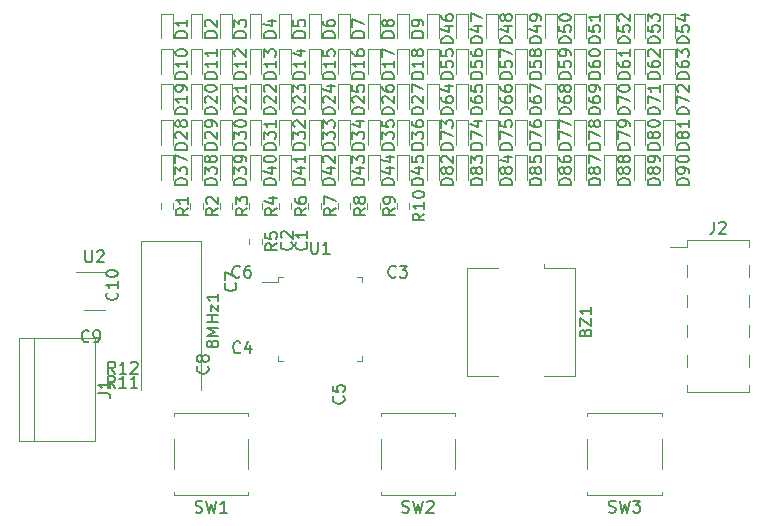
<source format=gbr>
G04 #@! TF.GenerationSoftware,KiCad,Pcbnew,5.0.2+dfsg1-1*
G04 #@! TF.CreationDate,2019-02-23T22:45:36+01:00*
G04 #@! TF.ProjectId,B-timer,422d7469-6d65-4722-9e6b-696361645f70,rev?*
G04 #@! TF.SameCoordinates,Original*
G04 #@! TF.FileFunction,Legend,Top*
G04 #@! TF.FilePolarity,Positive*
%FSLAX46Y46*%
G04 Gerber Fmt 4.6, Leading zero omitted, Abs format (unit mm)*
G04 Created by KiCad (PCBNEW 5.0.2+dfsg1-1) date Sat 23 Feb 2019 10:45:36 PM CET*
%MOMM*%
%LPD*%
G01*
G04 APERTURE LIST*
%ADD10C,0.120000*%
%ADD11C,0.150000*%
G04 APERTURE END LIST*
D10*
G04 #@! TO.C,R7*
X123220000Y-73750000D02*
X123220000Y-74250000D01*
X124280000Y-74250000D02*
X124280000Y-73750000D01*
G04 #@! TO.C,J1*
X98720000Y-85150000D02*
X105130000Y-85150000D01*
X99950000Y-93850000D02*
X99950000Y-85150000D01*
X105130000Y-93850000D02*
X98720000Y-93850000D01*
X105130000Y-85150000D02*
X105130000Y-93850000D01*
X98720000Y-85150000D02*
X98720000Y-93850000D01*
G04 #@! TO.C,BZ1*
X143184000Y-79210000D02*
X145834000Y-79210000D01*
X145834000Y-79210000D02*
X145834000Y-88430000D01*
X145834000Y-88430000D02*
X143184000Y-88430000D01*
X139264000Y-88430000D02*
X136614000Y-88430000D01*
X136614000Y-88430000D02*
X136614000Y-79210000D01*
X136614000Y-79210000D02*
X139264000Y-79210000D01*
X143184000Y-79210000D02*
X143184000Y-78880000D01*
G04 #@! TO.C,D1*
X111750000Y-57700000D02*
X111750000Y-59800000D01*
X110750000Y-57700000D02*
X110750000Y-59800000D01*
X111750000Y-57700000D02*
X110750000Y-57700000D01*
G04 #@! TO.C,D2*
X114250000Y-57700000D02*
X114250000Y-59800000D01*
X113250000Y-57700000D02*
X113250000Y-59800000D01*
X114250000Y-57700000D02*
X113250000Y-57700000D01*
G04 #@! TO.C,D3*
X116750000Y-57700000D02*
X115750000Y-57700000D01*
X115750000Y-57700000D02*
X115750000Y-59800000D01*
X116750000Y-57700000D02*
X116750000Y-59800000D01*
G04 #@! TO.C,D4*
X119250000Y-57700000D02*
X118250000Y-57700000D01*
X118250000Y-57700000D02*
X118250000Y-59800000D01*
X119250000Y-57700000D02*
X119250000Y-59800000D01*
G04 #@! TO.C,D5*
X121750000Y-57700000D02*
X121750000Y-59800000D01*
X120750000Y-57700000D02*
X120750000Y-59800000D01*
X121750000Y-57700000D02*
X120750000Y-57700000D01*
G04 #@! TO.C,D6*
X124250000Y-57700000D02*
X123250000Y-57700000D01*
X123250000Y-57700000D02*
X123250000Y-59800000D01*
X124250000Y-57700000D02*
X124250000Y-59800000D01*
G04 #@! TO.C,D7*
X126750000Y-57700000D02*
X126750000Y-59800000D01*
X125750000Y-57700000D02*
X125750000Y-59800000D01*
X126750000Y-57700000D02*
X125750000Y-57700000D01*
G04 #@! TO.C,D8*
X129250000Y-57700000D02*
X128250000Y-57700000D01*
X128250000Y-57700000D02*
X128250000Y-59800000D01*
X129250000Y-57700000D02*
X129250000Y-59800000D01*
G04 #@! TO.C,D9*
X131750000Y-57700000D02*
X131750000Y-59800000D01*
X130750000Y-57700000D02*
X130750000Y-59800000D01*
X131750000Y-57700000D02*
X130750000Y-57700000D01*
G04 #@! TO.C,D10*
X111750000Y-60700000D02*
X110750000Y-60700000D01*
X110750000Y-60700000D02*
X110750000Y-62800000D01*
X111750000Y-60700000D02*
X111750000Y-62800000D01*
G04 #@! TO.C,D11*
X114250000Y-60700000D02*
X114250000Y-62800000D01*
X113250000Y-60700000D02*
X113250000Y-62800000D01*
X114250000Y-60700000D02*
X113250000Y-60700000D01*
G04 #@! TO.C,D12*
X116750000Y-60700000D02*
X115750000Y-60700000D01*
X115750000Y-60700000D02*
X115750000Y-62800000D01*
X116750000Y-60700000D02*
X116750000Y-62800000D01*
G04 #@! TO.C,D13*
X119250000Y-60700000D02*
X119250000Y-62800000D01*
X118250000Y-60700000D02*
X118250000Y-62800000D01*
X119250000Y-60700000D02*
X118250000Y-60700000D01*
G04 #@! TO.C,D14*
X121750000Y-60700000D02*
X120750000Y-60700000D01*
X120750000Y-60700000D02*
X120750000Y-62800000D01*
X121750000Y-60700000D02*
X121750000Y-62800000D01*
G04 #@! TO.C,D15*
X124250000Y-60700000D02*
X124250000Y-62800000D01*
X123250000Y-60700000D02*
X123250000Y-62800000D01*
X124250000Y-60700000D02*
X123250000Y-60700000D01*
G04 #@! TO.C,D16*
X126750000Y-60700000D02*
X125750000Y-60700000D01*
X125750000Y-60700000D02*
X125750000Y-62800000D01*
X126750000Y-60700000D02*
X126750000Y-62800000D01*
G04 #@! TO.C,D17*
X129250000Y-60700000D02*
X128250000Y-60700000D01*
X128250000Y-60700000D02*
X128250000Y-62800000D01*
X129250000Y-60700000D02*
X129250000Y-62800000D01*
G04 #@! TO.C,D18*
X131750000Y-60700000D02*
X131750000Y-62800000D01*
X130750000Y-60700000D02*
X130750000Y-62800000D01*
X131750000Y-60700000D02*
X130750000Y-60700000D01*
G04 #@! TO.C,D19*
X111750000Y-63700000D02*
X111750000Y-65800000D01*
X110750000Y-63700000D02*
X110750000Y-65800000D01*
X111750000Y-63700000D02*
X110750000Y-63700000D01*
G04 #@! TO.C,D20*
X114250000Y-63700000D02*
X113250000Y-63700000D01*
X113250000Y-63700000D02*
X113250000Y-65800000D01*
X114250000Y-63700000D02*
X114250000Y-65800000D01*
G04 #@! TO.C,D21*
X116750000Y-63700000D02*
X116750000Y-65800000D01*
X115750000Y-63700000D02*
X115750000Y-65800000D01*
X116750000Y-63700000D02*
X115750000Y-63700000D01*
G04 #@! TO.C,D22*
X119250000Y-63700000D02*
X118250000Y-63700000D01*
X118250000Y-63700000D02*
X118250000Y-65800000D01*
X119250000Y-63700000D02*
X119250000Y-65800000D01*
G04 #@! TO.C,D23*
X121750000Y-63700000D02*
X121750000Y-65800000D01*
X120750000Y-63700000D02*
X120750000Y-65800000D01*
X121750000Y-63700000D02*
X120750000Y-63700000D01*
G04 #@! TO.C,D24*
X124250000Y-63700000D02*
X123250000Y-63700000D01*
X123250000Y-63700000D02*
X123250000Y-65800000D01*
X124250000Y-63700000D02*
X124250000Y-65800000D01*
G04 #@! TO.C,D25*
X126750000Y-63700000D02*
X126750000Y-65800000D01*
X125750000Y-63700000D02*
X125750000Y-65800000D01*
X126750000Y-63700000D02*
X125750000Y-63700000D01*
G04 #@! TO.C,D26*
X129250000Y-63700000D02*
X128250000Y-63700000D01*
X128250000Y-63700000D02*
X128250000Y-65800000D01*
X129250000Y-63700000D02*
X129250000Y-65800000D01*
G04 #@! TO.C,D27*
X131750000Y-63700000D02*
X131750000Y-65800000D01*
X130750000Y-63700000D02*
X130750000Y-65800000D01*
X131750000Y-63700000D02*
X130750000Y-63700000D01*
G04 #@! TO.C,D28*
X111750000Y-66700000D02*
X110750000Y-66700000D01*
X110750000Y-66700000D02*
X110750000Y-68800000D01*
X111750000Y-66700000D02*
X111750000Y-68800000D01*
G04 #@! TO.C,D29*
X114250000Y-66700000D02*
X114250000Y-68800000D01*
X113250000Y-66700000D02*
X113250000Y-68800000D01*
X114250000Y-66700000D02*
X113250000Y-66700000D01*
G04 #@! TO.C,D30*
X116750000Y-66700000D02*
X115750000Y-66700000D01*
X115750000Y-66700000D02*
X115750000Y-68800000D01*
X116750000Y-66700000D02*
X116750000Y-68800000D01*
G04 #@! TO.C,D31*
X119250000Y-66700000D02*
X119250000Y-68800000D01*
X118250000Y-66700000D02*
X118250000Y-68800000D01*
X119250000Y-66700000D02*
X118250000Y-66700000D01*
G04 #@! TO.C,D32*
X121750000Y-66700000D02*
X120750000Y-66700000D01*
X120750000Y-66700000D02*
X120750000Y-68800000D01*
X121750000Y-66700000D02*
X121750000Y-68800000D01*
G04 #@! TO.C,D33*
X124250000Y-66700000D02*
X123250000Y-66700000D01*
X123250000Y-66700000D02*
X123250000Y-68800000D01*
X124250000Y-66700000D02*
X124250000Y-68800000D01*
G04 #@! TO.C,D34*
X126750000Y-66700000D02*
X125750000Y-66700000D01*
X125750000Y-66700000D02*
X125750000Y-68800000D01*
X126750000Y-66700000D02*
X126750000Y-68800000D01*
G04 #@! TO.C,D35*
X129250000Y-66700000D02*
X128250000Y-66700000D01*
X128250000Y-66700000D02*
X128250000Y-68800000D01*
X129250000Y-66700000D02*
X129250000Y-68800000D01*
G04 #@! TO.C,D36*
X131750000Y-66700000D02*
X131750000Y-68800000D01*
X130750000Y-66700000D02*
X130750000Y-68800000D01*
X131750000Y-66700000D02*
X130750000Y-66700000D01*
G04 #@! TO.C,D37*
X111750000Y-69700000D02*
X111750000Y-71800000D01*
X110750000Y-69700000D02*
X110750000Y-71800000D01*
X111750000Y-69700000D02*
X110750000Y-69700000D01*
G04 #@! TO.C,D38*
X114250000Y-69700000D02*
X113250000Y-69700000D01*
X113250000Y-69700000D02*
X113250000Y-71800000D01*
X114250000Y-69700000D02*
X114250000Y-71800000D01*
G04 #@! TO.C,D39*
X116750000Y-69700000D02*
X116750000Y-71800000D01*
X115750000Y-69700000D02*
X115750000Y-71800000D01*
X116750000Y-69700000D02*
X115750000Y-69700000D01*
G04 #@! TO.C,D40*
X119250000Y-69700000D02*
X118250000Y-69700000D01*
X118250000Y-69700000D02*
X118250000Y-71800000D01*
X119250000Y-69700000D02*
X119250000Y-71800000D01*
G04 #@! TO.C,D41*
X121750000Y-69700000D02*
X121750000Y-71800000D01*
X120750000Y-69700000D02*
X120750000Y-71800000D01*
X121750000Y-69700000D02*
X120750000Y-69700000D01*
G04 #@! TO.C,D42*
X124250000Y-69700000D02*
X124250000Y-71800000D01*
X123250000Y-69700000D02*
X123250000Y-71800000D01*
X124250000Y-69700000D02*
X123250000Y-69700000D01*
G04 #@! TO.C,D43*
X126750000Y-69700000D02*
X126750000Y-71800000D01*
X125750000Y-69700000D02*
X125750000Y-71800000D01*
X126750000Y-69700000D02*
X125750000Y-69700000D01*
G04 #@! TO.C,D44*
X129250000Y-69700000D02*
X128250000Y-69700000D01*
X128250000Y-69700000D02*
X128250000Y-71800000D01*
X129250000Y-69700000D02*
X129250000Y-71800000D01*
G04 #@! TO.C,D45*
X131750000Y-69700000D02*
X131750000Y-71800000D01*
X130750000Y-69700000D02*
X130750000Y-71800000D01*
X131750000Y-69700000D02*
X130750000Y-69700000D01*
G04 #@! TO.C,D46*
X134250000Y-57700000D02*
X133250000Y-57700000D01*
X133250000Y-57700000D02*
X133250000Y-59800000D01*
X134250000Y-57700000D02*
X134250000Y-59800000D01*
G04 #@! TO.C,D47*
X136750000Y-57700000D02*
X136750000Y-59800000D01*
X135750000Y-57700000D02*
X135750000Y-59800000D01*
X136750000Y-57700000D02*
X135750000Y-57700000D01*
G04 #@! TO.C,D48*
X139250000Y-57700000D02*
X138250000Y-57700000D01*
X138250000Y-57700000D02*
X138250000Y-59800000D01*
X139250000Y-57700000D02*
X139250000Y-59800000D01*
G04 #@! TO.C,D49*
X141750000Y-57700000D02*
X141750000Y-59800000D01*
X140750000Y-57700000D02*
X140750000Y-59800000D01*
X141750000Y-57700000D02*
X140750000Y-57700000D01*
G04 #@! TO.C,D50*
X144250000Y-57700000D02*
X143250000Y-57700000D01*
X143250000Y-57700000D02*
X143250000Y-59800000D01*
X144250000Y-57700000D02*
X144250000Y-59800000D01*
G04 #@! TO.C,D51*
X146750000Y-57700000D02*
X145750000Y-57700000D01*
X145750000Y-57700000D02*
X145750000Y-59800000D01*
X146750000Y-57700000D02*
X146750000Y-59800000D01*
G04 #@! TO.C,D52*
X149250000Y-57700000D02*
X149250000Y-59800000D01*
X148250000Y-57700000D02*
X148250000Y-59800000D01*
X149250000Y-57700000D02*
X148250000Y-57700000D01*
G04 #@! TO.C,D53*
X151750000Y-57700000D02*
X150750000Y-57700000D01*
X150750000Y-57700000D02*
X150750000Y-59800000D01*
X151750000Y-57700000D02*
X151750000Y-59800000D01*
G04 #@! TO.C,D54*
X154250000Y-57700000D02*
X154250000Y-59800000D01*
X153250000Y-57700000D02*
X153250000Y-59800000D01*
X154250000Y-57700000D02*
X153250000Y-57700000D01*
G04 #@! TO.C,D55*
X134250000Y-60700000D02*
X134250000Y-62800000D01*
X133250000Y-60700000D02*
X133250000Y-62800000D01*
X134250000Y-60700000D02*
X133250000Y-60700000D01*
G04 #@! TO.C,D56*
X136750000Y-60700000D02*
X135750000Y-60700000D01*
X135750000Y-60700000D02*
X135750000Y-62800000D01*
X136750000Y-60700000D02*
X136750000Y-62800000D01*
G04 #@! TO.C,D57*
X139250000Y-60700000D02*
X139250000Y-62800000D01*
X138250000Y-60700000D02*
X138250000Y-62800000D01*
X139250000Y-60700000D02*
X138250000Y-60700000D01*
G04 #@! TO.C,D58*
X141750000Y-60700000D02*
X140750000Y-60700000D01*
X140750000Y-60700000D02*
X140750000Y-62800000D01*
X141750000Y-60700000D02*
X141750000Y-62800000D01*
G04 #@! TO.C,D59*
X144250000Y-60700000D02*
X144250000Y-62800000D01*
X143250000Y-60700000D02*
X143250000Y-62800000D01*
X144250000Y-60700000D02*
X143250000Y-60700000D01*
G04 #@! TO.C,D60*
X146750000Y-60700000D02*
X145750000Y-60700000D01*
X145750000Y-60700000D02*
X145750000Y-62800000D01*
X146750000Y-60700000D02*
X146750000Y-62800000D01*
G04 #@! TO.C,D61*
X149250000Y-60700000D02*
X149250000Y-62800000D01*
X148250000Y-60700000D02*
X148250000Y-62800000D01*
X149250000Y-60700000D02*
X148250000Y-60700000D01*
G04 #@! TO.C,D62*
X151750000Y-60700000D02*
X150750000Y-60700000D01*
X150750000Y-60700000D02*
X150750000Y-62800000D01*
X151750000Y-60700000D02*
X151750000Y-62800000D01*
G04 #@! TO.C,D63*
X154250000Y-60700000D02*
X154250000Y-62800000D01*
X153250000Y-60700000D02*
X153250000Y-62800000D01*
X154250000Y-60700000D02*
X153250000Y-60700000D01*
G04 #@! TO.C,D64*
X134250000Y-63700000D02*
X133250000Y-63700000D01*
X133250000Y-63700000D02*
X133250000Y-65800000D01*
X134250000Y-63700000D02*
X134250000Y-65800000D01*
G04 #@! TO.C,D65*
X136750000Y-63700000D02*
X136750000Y-65800000D01*
X135750000Y-63700000D02*
X135750000Y-65800000D01*
X136750000Y-63700000D02*
X135750000Y-63700000D01*
G04 #@! TO.C,D66*
X139250000Y-63700000D02*
X138250000Y-63700000D01*
X138250000Y-63700000D02*
X138250000Y-65800000D01*
X139250000Y-63700000D02*
X139250000Y-65800000D01*
G04 #@! TO.C,D67*
X141750000Y-63700000D02*
X141750000Y-65800000D01*
X140750000Y-63700000D02*
X140750000Y-65800000D01*
X141750000Y-63700000D02*
X140750000Y-63700000D01*
G04 #@! TO.C,D68*
X144250000Y-63700000D02*
X143250000Y-63700000D01*
X143250000Y-63700000D02*
X143250000Y-65800000D01*
X144250000Y-63700000D02*
X144250000Y-65800000D01*
G04 #@! TO.C,D69*
X146750000Y-63700000D02*
X146750000Y-65800000D01*
X145750000Y-63700000D02*
X145750000Y-65800000D01*
X146750000Y-63700000D02*
X145750000Y-63700000D01*
G04 #@! TO.C,D70*
X149250000Y-63700000D02*
X148250000Y-63700000D01*
X148250000Y-63700000D02*
X148250000Y-65800000D01*
X149250000Y-63700000D02*
X149250000Y-65800000D01*
G04 #@! TO.C,D71*
X151750000Y-63700000D02*
X150750000Y-63700000D01*
X150750000Y-63700000D02*
X150750000Y-65800000D01*
X151750000Y-63700000D02*
X151750000Y-65800000D01*
G04 #@! TO.C,D72*
X154250000Y-63700000D02*
X154250000Y-65800000D01*
X153250000Y-63700000D02*
X153250000Y-65800000D01*
X154250000Y-63700000D02*
X153250000Y-63700000D01*
G04 #@! TO.C,D73*
X134250000Y-66700000D02*
X134250000Y-68800000D01*
X133250000Y-66700000D02*
X133250000Y-68800000D01*
X134250000Y-66700000D02*
X133250000Y-66700000D01*
G04 #@! TO.C,D74*
X136750000Y-66700000D02*
X135750000Y-66700000D01*
X135750000Y-66700000D02*
X135750000Y-68800000D01*
X136750000Y-66700000D02*
X136750000Y-68800000D01*
G04 #@! TO.C,D75*
X139250000Y-66700000D02*
X139250000Y-68800000D01*
X138250000Y-66700000D02*
X138250000Y-68800000D01*
X139250000Y-66700000D02*
X138250000Y-66700000D01*
G04 #@! TO.C,D76*
X141750000Y-66700000D02*
X140750000Y-66700000D01*
X140750000Y-66700000D02*
X140750000Y-68800000D01*
X141750000Y-66700000D02*
X141750000Y-68800000D01*
G04 #@! TO.C,D77*
X144250000Y-66700000D02*
X144250000Y-68800000D01*
X143250000Y-66700000D02*
X143250000Y-68800000D01*
X144250000Y-66700000D02*
X143250000Y-66700000D01*
G04 #@! TO.C,D78*
X146750000Y-66700000D02*
X146750000Y-68800000D01*
X145750000Y-66700000D02*
X145750000Y-68800000D01*
X146750000Y-66700000D02*
X145750000Y-66700000D01*
G04 #@! TO.C,D79*
X149250000Y-66700000D02*
X148250000Y-66700000D01*
X148250000Y-66700000D02*
X148250000Y-68800000D01*
X149250000Y-66700000D02*
X149250000Y-68800000D01*
G04 #@! TO.C,D80*
X151750000Y-66700000D02*
X150750000Y-66700000D01*
X150750000Y-66700000D02*
X150750000Y-68800000D01*
X151750000Y-66700000D02*
X151750000Y-68800000D01*
G04 #@! TO.C,D81*
X154250000Y-66700000D02*
X153250000Y-66700000D01*
X153250000Y-66700000D02*
X153250000Y-68800000D01*
X154250000Y-66700000D02*
X154250000Y-68800000D01*
G04 #@! TO.C,D82*
X134250000Y-69700000D02*
X134250000Y-71800000D01*
X133250000Y-69700000D02*
X133250000Y-71800000D01*
X134250000Y-69700000D02*
X133250000Y-69700000D01*
G04 #@! TO.C,D83*
X136750000Y-69700000D02*
X135750000Y-69700000D01*
X135750000Y-69700000D02*
X135750000Y-71800000D01*
X136750000Y-69700000D02*
X136750000Y-71800000D01*
G04 #@! TO.C,D84*
X139250000Y-69700000D02*
X139250000Y-71800000D01*
X138250000Y-69700000D02*
X138250000Y-71800000D01*
X139250000Y-69700000D02*
X138250000Y-69700000D01*
G04 #@! TO.C,D85*
X141750000Y-69700000D02*
X140750000Y-69700000D01*
X140750000Y-69700000D02*
X140750000Y-71800000D01*
X141750000Y-69700000D02*
X141750000Y-71800000D01*
G04 #@! TO.C,D86*
X144250000Y-69700000D02*
X144250000Y-71800000D01*
X143250000Y-69700000D02*
X143250000Y-71800000D01*
X144250000Y-69700000D02*
X143250000Y-69700000D01*
G04 #@! TO.C,D87*
X146750000Y-69700000D02*
X145750000Y-69700000D01*
X145750000Y-69700000D02*
X145750000Y-71800000D01*
X146750000Y-69700000D02*
X146750000Y-71800000D01*
G04 #@! TO.C,D88*
X149250000Y-69700000D02*
X149250000Y-71800000D01*
X148250000Y-69700000D02*
X148250000Y-71800000D01*
X149250000Y-69700000D02*
X148250000Y-69700000D01*
G04 #@! TO.C,D89*
X151750000Y-69700000D02*
X150750000Y-69700000D01*
X150750000Y-69700000D02*
X150750000Y-71800000D01*
X151750000Y-69700000D02*
X151750000Y-71800000D01*
G04 #@! TO.C,D90*
X154250000Y-69700000D02*
X154250000Y-71800000D01*
X153250000Y-69700000D02*
X153250000Y-71800000D01*
X154250000Y-69700000D02*
X153250000Y-69700000D01*
G04 #@! TO.C,R1*
X111780000Y-74250000D02*
X111780000Y-73750000D01*
X110720000Y-73750000D02*
X110720000Y-74250000D01*
G04 #@! TO.C,R2*
X113220000Y-73750000D02*
X113220000Y-74250000D01*
X114280000Y-74250000D02*
X114280000Y-73750000D01*
G04 #@! TO.C,R3*
X116780000Y-74250000D02*
X116780000Y-73750000D01*
X115720000Y-73750000D02*
X115720000Y-74250000D01*
G04 #@! TO.C,R4*
X118220000Y-73750000D02*
X118220000Y-74250000D01*
X119280000Y-74250000D02*
X119280000Y-73750000D01*
G04 #@! TO.C,R5*
X119280000Y-77250000D02*
X119280000Y-76750000D01*
X118220000Y-76750000D02*
X118220000Y-77250000D01*
G04 #@! TO.C,R6*
X120720000Y-73750000D02*
X120720000Y-74250000D01*
X121780000Y-74250000D02*
X121780000Y-73750000D01*
G04 #@! TO.C,R8*
X126780000Y-74250000D02*
X126780000Y-73750000D01*
X125720000Y-73750000D02*
X125720000Y-74250000D01*
G04 #@! TO.C,R9*
X128220000Y-73750000D02*
X128220000Y-74250000D01*
X129280000Y-74250000D02*
X129280000Y-73750000D01*
G04 #@! TO.C,R10*
X131780000Y-74250000D02*
X131780000Y-73750000D01*
X130720000Y-73750000D02*
X130720000Y-74250000D01*
G04 #@! TO.C,SW1*
X118150000Y-98200000D02*
X118150000Y-98450000D01*
X118150000Y-98450000D02*
X111850000Y-98450000D01*
X111850000Y-98450000D02*
X111850000Y-98200000D01*
X118150000Y-93700000D02*
X118150000Y-96300000D01*
X111850000Y-91800000D02*
X111850000Y-91550000D01*
X111850000Y-91550000D02*
X118150000Y-91550000D01*
X118150000Y-91550000D02*
X118150000Y-91800000D01*
X111850000Y-96300000D02*
X111850000Y-93700000D01*
G04 #@! TO.C,SW2*
X129350000Y-96300000D02*
X129350000Y-93700000D01*
X135650000Y-91550000D02*
X135650000Y-91800000D01*
X129350000Y-91550000D02*
X135650000Y-91550000D01*
X129350000Y-91800000D02*
X129350000Y-91550000D01*
X135650000Y-93700000D02*
X135650000Y-96300000D01*
X129350000Y-98450000D02*
X129350000Y-98200000D01*
X135650000Y-98450000D02*
X129350000Y-98450000D01*
X135650000Y-98200000D02*
X135650000Y-98450000D01*
G04 #@! TO.C,SW3*
X146850000Y-96300000D02*
X146850000Y-93700000D01*
X153150000Y-91550000D02*
X153150000Y-91800000D01*
X146850000Y-91550000D02*
X153150000Y-91550000D01*
X146850000Y-91800000D02*
X146850000Y-91550000D01*
X153150000Y-93700000D02*
X153150000Y-96300000D01*
X146850000Y-98450000D02*
X146850000Y-98200000D01*
X153150000Y-98450000D02*
X146850000Y-98450000D01*
X153150000Y-98200000D02*
X153150000Y-98450000D01*
G04 #@! TO.C,U1*
X127766000Y-80006000D02*
X127766000Y-80426000D01*
X127766000Y-87126000D02*
X127766000Y-86706000D01*
X120646000Y-87126000D02*
X120646000Y-86706000D01*
X120646000Y-80006000D02*
X121066000Y-80006000D01*
X127766000Y-87126000D02*
X127346000Y-87126000D01*
X127766000Y-80006000D02*
X127346000Y-80006000D01*
X120646000Y-80426000D02*
X119266000Y-80426000D01*
X120646000Y-80006000D02*
X120646000Y-80426000D01*
X120646000Y-87126000D02*
X121066000Y-87126000D01*
G04 #@! TO.C,U2*
X104200000Y-82810000D02*
X106000000Y-82810000D01*
X106000000Y-79590000D02*
X103550000Y-79590000D01*
G04 #@! TO.C,8MHz1*
X114150000Y-89600000D02*
X114150000Y-77000000D01*
X114150000Y-77000000D02*
X109050000Y-77000000D01*
X109050000Y-77000000D02*
X109050000Y-89600000D01*
G04 #@! TO.C,J2*
X155300000Y-76890000D02*
X160500000Y-76890000D01*
X155300000Y-89710000D02*
X160500000Y-89710000D01*
X153860000Y-77460000D02*
X155300000Y-77460000D01*
X155300000Y-76890000D02*
X155300000Y-77460000D01*
X160500000Y-76890000D02*
X160500000Y-77460000D01*
X155300000Y-89140000D02*
X155300000Y-89710000D01*
X160500000Y-89140000D02*
X160500000Y-89710000D01*
X155300000Y-78980000D02*
X155300000Y-80000000D01*
X160500000Y-78980000D02*
X160500000Y-80000000D01*
X155300000Y-81520000D02*
X155300000Y-82540000D01*
X160500000Y-81520000D02*
X160500000Y-82540000D01*
X155300000Y-84060000D02*
X155300000Y-85080000D01*
X160500000Y-84060000D02*
X160500000Y-85080000D01*
X155300000Y-86600000D02*
X155300000Y-87620000D01*
X160500000Y-86600000D02*
X160500000Y-87620000D01*
G04 #@! TO.C,R7*
D11*
X125552380Y-74166666D02*
X125076190Y-74500000D01*
X125552380Y-74738095D02*
X124552380Y-74738095D01*
X124552380Y-74357142D01*
X124600000Y-74261904D01*
X124647619Y-74214285D01*
X124742857Y-74166666D01*
X124885714Y-74166666D01*
X124980952Y-74214285D01*
X125028571Y-74261904D01*
X125076190Y-74357142D01*
X125076190Y-74738095D01*
X124552380Y-73833333D02*
X124552380Y-73166666D01*
X125552380Y-73595238D01*
G04 #@! TO.C,J1*
X105442380Y-89833333D02*
X106156666Y-89833333D01*
X106299523Y-89880952D01*
X106394761Y-89976190D01*
X106442380Y-90119047D01*
X106442380Y-90214285D01*
X106442380Y-88833333D02*
X106442380Y-89404761D01*
X106442380Y-89119047D02*
X105442380Y-89119047D01*
X105585238Y-89214285D01*
X105680476Y-89309523D01*
X105728095Y-89404761D01*
G04 #@! TO.C,BZ1*
X146652571Y-84700952D02*
X146700190Y-84558095D01*
X146747809Y-84510476D01*
X146843047Y-84462857D01*
X146985904Y-84462857D01*
X147081142Y-84510476D01*
X147128761Y-84558095D01*
X147176380Y-84653333D01*
X147176380Y-85034285D01*
X146176380Y-85034285D01*
X146176380Y-84700952D01*
X146224000Y-84605714D01*
X146271619Y-84558095D01*
X146366857Y-84510476D01*
X146462095Y-84510476D01*
X146557333Y-84558095D01*
X146604952Y-84605714D01*
X146652571Y-84700952D01*
X146652571Y-85034285D01*
X146176380Y-84129523D02*
X146176380Y-83462857D01*
X147176380Y-84129523D01*
X147176380Y-83462857D01*
X147176380Y-82558095D02*
X147176380Y-83129523D01*
X147176380Y-82843809D02*
X146176380Y-82843809D01*
X146319238Y-82939047D01*
X146414476Y-83034285D01*
X146462095Y-83129523D01*
G04 #@! TO.C,D1*
X112952380Y-59738095D02*
X111952380Y-59738095D01*
X111952380Y-59500000D01*
X112000000Y-59357142D01*
X112095238Y-59261904D01*
X112190476Y-59214285D01*
X112380952Y-59166666D01*
X112523809Y-59166666D01*
X112714285Y-59214285D01*
X112809523Y-59261904D01*
X112904761Y-59357142D01*
X112952380Y-59500000D01*
X112952380Y-59738095D01*
X112952380Y-58214285D02*
X112952380Y-58785714D01*
X112952380Y-58500000D02*
X111952380Y-58500000D01*
X112095238Y-58595238D01*
X112190476Y-58690476D01*
X112238095Y-58785714D01*
G04 #@! TO.C,D2*
X115452380Y-59738095D02*
X114452380Y-59738095D01*
X114452380Y-59500000D01*
X114500000Y-59357142D01*
X114595238Y-59261904D01*
X114690476Y-59214285D01*
X114880952Y-59166666D01*
X115023809Y-59166666D01*
X115214285Y-59214285D01*
X115309523Y-59261904D01*
X115404761Y-59357142D01*
X115452380Y-59500000D01*
X115452380Y-59738095D01*
X114547619Y-58785714D02*
X114500000Y-58738095D01*
X114452380Y-58642857D01*
X114452380Y-58404761D01*
X114500000Y-58309523D01*
X114547619Y-58261904D01*
X114642857Y-58214285D01*
X114738095Y-58214285D01*
X114880952Y-58261904D01*
X115452380Y-58833333D01*
X115452380Y-58214285D01*
G04 #@! TO.C,D3*
X117952380Y-59738095D02*
X116952380Y-59738095D01*
X116952380Y-59500000D01*
X117000000Y-59357142D01*
X117095238Y-59261904D01*
X117190476Y-59214285D01*
X117380952Y-59166666D01*
X117523809Y-59166666D01*
X117714285Y-59214285D01*
X117809523Y-59261904D01*
X117904761Y-59357142D01*
X117952380Y-59500000D01*
X117952380Y-59738095D01*
X116952380Y-58833333D02*
X116952380Y-58214285D01*
X117333333Y-58547619D01*
X117333333Y-58404761D01*
X117380952Y-58309523D01*
X117428571Y-58261904D01*
X117523809Y-58214285D01*
X117761904Y-58214285D01*
X117857142Y-58261904D01*
X117904761Y-58309523D01*
X117952380Y-58404761D01*
X117952380Y-58690476D01*
X117904761Y-58785714D01*
X117857142Y-58833333D01*
G04 #@! TO.C,D4*
X120452380Y-59738095D02*
X119452380Y-59738095D01*
X119452380Y-59500000D01*
X119500000Y-59357142D01*
X119595238Y-59261904D01*
X119690476Y-59214285D01*
X119880952Y-59166666D01*
X120023809Y-59166666D01*
X120214285Y-59214285D01*
X120309523Y-59261904D01*
X120404761Y-59357142D01*
X120452380Y-59500000D01*
X120452380Y-59738095D01*
X119785714Y-58309523D02*
X120452380Y-58309523D01*
X119404761Y-58547619D02*
X120119047Y-58785714D01*
X120119047Y-58166666D01*
G04 #@! TO.C,D5*
X122952380Y-59738095D02*
X121952380Y-59738095D01*
X121952380Y-59500000D01*
X122000000Y-59357142D01*
X122095238Y-59261904D01*
X122190476Y-59214285D01*
X122380952Y-59166666D01*
X122523809Y-59166666D01*
X122714285Y-59214285D01*
X122809523Y-59261904D01*
X122904761Y-59357142D01*
X122952380Y-59500000D01*
X122952380Y-59738095D01*
X121952380Y-58261904D02*
X121952380Y-58738095D01*
X122428571Y-58785714D01*
X122380952Y-58738095D01*
X122333333Y-58642857D01*
X122333333Y-58404761D01*
X122380952Y-58309523D01*
X122428571Y-58261904D01*
X122523809Y-58214285D01*
X122761904Y-58214285D01*
X122857142Y-58261904D01*
X122904761Y-58309523D01*
X122952380Y-58404761D01*
X122952380Y-58642857D01*
X122904761Y-58738095D01*
X122857142Y-58785714D01*
G04 #@! TO.C,D6*
X125452380Y-59738095D02*
X124452380Y-59738095D01*
X124452380Y-59500000D01*
X124500000Y-59357142D01*
X124595238Y-59261904D01*
X124690476Y-59214285D01*
X124880952Y-59166666D01*
X125023809Y-59166666D01*
X125214285Y-59214285D01*
X125309523Y-59261904D01*
X125404761Y-59357142D01*
X125452380Y-59500000D01*
X125452380Y-59738095D01*
X124452380Y-58309523D02*
X124452380Y-58500000D01*
X124500000Y-58595238D01*
X124547619Y-58642857D01*
X124690476Y-58738095D01*
X124880952Y-58785714D01*
X125261904Y-58785714D01*
X125357142Y-58738095D01*
X125404761Y-58690476D01*
X125452380Y-58595238D01*
X125452380Y-58404761D01*
X125404761Y-58309523D01*
X125357142Y-58261904D01*
X125261904Y-58214285D01*
X125023809Y-58214285D01*
X124928571Y-58261904D01*
X124880952Y-58309523D01*
X124833333Y-58404761D01*
X124833333Y-58595238D01*
X124880952Y-58690476D01*
X124928571Y-58738095D01*
X125023809Y-58785714D01*
G04 #@! TO.C,D7*
X127952380Y-59738095D02*
X126952380Y-59738095D01*
X126952380Y-59500000D01*
X127000000Y-59357142D01*
X127095238Y-59261904D01*
X127190476Y-59214285D01*
X127380952Y-59166666D01*
X127523809Y-59166666D01*
X127714285Y-59214285D01*
X127809523Y-59261904D01*
X127904761Y-59357142D01*
X127952380Y-59500000D01*
X127952380Y-59738095D01*
X126952380Y-58833333D02*
X126952380Y-58166666D01*
X127952380Y-58595238D01*
G04 #@! TO.C,D8*
X130452380Y-59738095D02*
X129452380Y-59738095D01*
X129452380Y-59500000D01*
X129500000Y-59357142D01*
X129595238Y-59261904D01*
X129690476Y-59214285D01*
X129880952Y-59166666D01*
X130023809Y-59166666D01*
X130214285Y-59214285D01*
X130309523Y-59261904D01*
X130404761Y-59357142D01*
X130452380Y-59500000D01*
X130452380Y-59738095D01*
X129880952Y-58595238D02*
X129833333Y-58690476D01*
X129785714Y-58738095D01*
X129690476Y-58785714D01*
X129642857Y-58785714D01*
X129547619Y-58738095D01*
X129500000Y-58690476D01*
X129452380Y-58595238D01*
X129452380Y-58404761D01*
X129500000Y-58309523D01*
X129547619Y-58261904D01*
X129642857Y-58214285D01*
X129690476Y-58214285D01*
X129785714Y-58261904D01*
X129833333Y-58309523D01*
X129880952Y-58404761D01*
X129880952Y-58595238D01*
X129928571Y-58690476D01*
X129976190Y-58738095D01*
X130071428Y-58785714D01*
X130261904Y-58785714D01*
X130357142Y-58738095D01*
X130404761Y-58690476D01*
X130452380Y-58595238D01*
X130452380Y-58404761D01*
X130404761Y-58309523D01*
X130357142Y-58261904D01*
X130261904Y-58214285D01*
X130071428Y-58214285D01*
X129976190Y-58261904D01*
X129928571Y-58309523D01*
X129880952Y-58404761D01*
G04 #@! TO.C,D9*
X132952380Y-59738095D02*
X131952380Y-59738095D01*
X131952380Y-59500000D01*
X132000000Y-59357142D01*
X132095238Y-59261904D01*
X132190476Y-59214285D01*
X132380952Y-59166666D01*
X132523809Y-59166666D01*
X132714285Y-59214285D01*
X132809523Y-59261904D01*
X132904761Y-59357142D01*
X132952380Y-59500000D01*
X132952380Y-59738095D01*
X132952380Y-58690476D02*
X132952380Y-58500000D01*
X132904761Y-58404761D01*
X132857142Y-58357142D01*
X132714285Y-58261904D01*
X132523809Y-58214285D01*
X132142857Y-58214285D01*
X132047619Y-58261904D01*
X132000000Y-58309523D01*
X131952380Y-58404761D01*
X131952380Y-58595238D01*
X132000000Y-58690476D01*
X132047619Y-58738095D01*
X132142857Y-58785714D01*
X132380952Y-58785714D01*
X132476190Y-58738095D01*
X132523809Y-58690476D01*
X132571428Y-58595238D01*
X132571428Y-58404761D01*
X132523809Y-58309523D01*
X132476190Y-58261904D01*
X132380952Y-58214285D01*
G04 #@! TO.C,D10*
X112952380Y-63214285D02*
X111952380Y-63214285D01*
X111952380Y-62976190D01*
X112000000Y-62833333D01*
X112095238Y-62738095D01*
X112190476Y-62690476D01*
X112380952Y-62642857D01*
X112523809Y-62642857D01*
X112714285Y-62690476D01*
X112809523Y-62738095D01*
X112904761Y-62833333D01*
X112952380Y-62976190D01*
X112952380Y-63214285D01*
X112952380Y-61690476D02*
X112952380Y-62261904D01*
X112952380Y-61976190D02*
X111952380Y-61976190D01*
X112095238Y-62071428D01*
X112190476Y-62166666D01*
X112238095Y-62261904D01*
X111952380Y-61071428D02*
X111952380Y-60976190D01*
X112000000Y-60880952D01*
X112047619Y-60833333D01*
X112142857Y-60785714D01*
X112333333Y-60738095D01*
X112571428Y-60738095D01*
X112761904Y-60785714D01*
X112857142Y-60833333D01*
X112904761Y-60880952D01*
X112952380Y-60976190D01*
X112952380Y-61071428D01*
X112904761Y-61166666D01*
X112857142Y-61214285D01*
X112761904Y-61261904D01*
X112571428Y-61309523D01*
X112333333Y-61309523D01*
X112142857Y-61261904D01*
X112047619Y-61214285D01*
X112000000Y-61166666D01*
X111952380Y-61071428D01*
G04 #@! TO.C,D11*
X115452380Y-63214285D02*
X114452380Y-63214285D01*
X114452380Y-62976190D01*
X114500000Y-62833333D01*
X114595238Y-62738095D01*
X114690476Y-62690476D01*
X114880952Y-62642857D01*
X115023809Y-62642857D01*
X115214285Y-62690476D01*
X115309523Y-62738095D01*
X115404761Y-62833333D01*
X115452380Y-62976190D01*
X115452380Y-63214285D01*
X115452380Y-61690476D02*
X115452380Y-62261904D01*
X115452380Y-61976190D02*
X114452380Y-61976190D01*
X114595238Y-62071428D01*
X114690476Y-62166666D01*
X114738095Y-62261904D01*
X115452380Y-60738095D02*
X115452380Y-61309523D01*
X115452380Y-61023809D02*
X114452380Y-61023809D01*
X114595238Y-61119047D01*
X114690476Y-61214285D01*
X114738095Y-61309523D01*
G04 #@! TO.C,D12*
X117952380Y-63214285D02*
X116952380Y-63214285D01*
X116952380Y-62976190D01*
X117000000Y-62833333D01*
X117095238Y-62738095D01*
X117190476Y-62690476D01*
X117380952Y-62642857D01*
X117523809Y-62642857D01*
X117714285Y-62690476D01*
X117809523Y-62738095D01*
X117904761Y-62833333D01*
X117952380Y-62976190D01*
X117952380Y-63214285D01*
X117952380Y-61690476D02*
X117952380Y-62261904D01*
X117952380Y-61976190D02*
X116952380Y-61976190D01*
X117095238Y-62071428D01*
X117190476Y-62166666D01*
X117238095Y-62261904D01*
X117047619Y-61309523D02*
X117000000Y-61261904D01*
X116952380Y-61166666D01*
X116952380Y-60928571D01*
X117000000Y-60833333D01*
X117047619Y-60785714D01*
X117142857Y-60738095D01*
X117238095Y-60738095D01*
X117380952Y-60785714D01*
X117952380Y-61357142D01*
X117952380Y-60738095D01*
G04 #@! TO.C,D13*
X120452380Y-63214285D02*
X119452380Y-63214285D01*
X119452380Y-62976190D01*
X119500000Y-62833333D01*
X119595238Y-62738095D01*
X119690476Y-62690476D01*
X119880952Y-62642857D01*
X120023809Y-62642857D01*
X120214285Y-62690476D01*
X120309523Y-62738095D01*
X120404761Y-62833333D01*
X120452380Y-62976190D01*
X120452380Y-63214285D01*
X120452380Y-61690476D02*
X120452380Y-62261904D01*
X120452380Y-61976190D02*
X119452380Y-61976190D01*
X119595238Y-62071428D01*
X119690476Y-62166666D01*
X119738095Y-62261904D01*
X119452380Y-61357142D02*
X119452380Y-60738095D01*
X119833333Y-61071428D01*
X119833333Y-60928571D01*
X119880952Y-60833333D01*
X119928571Y-60785714D01*
X120023809Y-60738095D01*
X120261904Y-60738095D01*
X120357142Y-60785714D01*
X120404761Y-60833333D01*
X120452380Y-60928571D01*
X120452380Y-61214285D01*
X120404761Y-61309523D01*
X120357142Y-61357142D01*
G04 #@! TO.C,D14*
X122952380Y-63214285D02*
X121952380Y-63214285D01*
X121952380Y-62976190D01*
X122000000Y-62833333D01*
X122095238Y-62738095D01*
X122190476Y-62690476D01*
X122380952Y-62642857D01*
X122523809Y-62642857D01*
X122714285Y-62690476D01*
X122809523Y-62738095D01*
X122904761Y-62833333D01*
X122952380Y-62976190D01*
X122952380Y-63214285D01*
X122952380Y-61690476D02*
X122952380Y-62261904D01*
X122952380Y-61976190D02*
X121952380Y-61976190D01*
X122095238Y-62071428D01*
X122190476Y-62166666D01*
X122238095Y-62261904D01*
X122285714Y-60833333D02*
X122952380Y-60833333D01*
X121904761Y-61071428D02*
X122619047Y-61309523D01*
X122619047Y-60690476D01*
G04 #@! TO.C,D15*
X125452380Y-63214285D02*
X124452380Y-63214285D01*
X124452380Y-62976190D01*
X124500000Y-62833333D01*
X124595238Y-62738095D01*
X124690476Y-62690476D01*
X124880952Y-62642857D01*
X125023809Y-62642857D01*
X125214285Y-62690476D01*
X125309523Y-62738095D01*
X125404761Y-62833333D01*
X125452380Y-62976190D01*
X125452380Y-63214285D01*
X125452380Y-61690476D02*
X125452380Y-62261904D01*
X125452380Y-61976190D02*
X124452380Y-61976190D01*
X124595238Y-62071428D01*
X124690476Y-62166666D01*
X124738095Y-62261904D01*
X124452380Y-60785714D02*
X124452380Y-61261904D01*
X124928571Y-61309523D01*
X124880952Y-61261904D01*
X124833333Y-61166666D01*
X124833333Y-60928571D01*
X124880952Y-60833333D01*
X124928571Y-60785714D01*
X125023809Y-60738095D01*
X125261904Y-60738095D01*
X125357142Y-60785714D01*
X125404761Y-60833333D01*
X125452380Y-60928571D01*
X125452380Y-61166666D01*
X125404761Y-61261904D01*
X125357142Y-61309523D01*
G04 #@! TO.C,D16*
X127952380Y-63214285D02*
X126952380Y-63214285D01*
X126952380Y-62976190D01*
X127000000Y-62833333D01*
X127095238Y-62738095D01*
X127190476Y-62690476D01*
X127380952Y-62642857D01*
X127523809Y-62642857D01*
X127714285Y-62690476D01*
X127809523Y-62738095D01*
X127904761Y-62833333D01*
X127952380Y-62976190D01*
X127952380Y-63214285D01*
X127952380Y-61690476D02*
X127952380Y-62261904D01*
X127952380Y-61976190D02*
X126952380Y-61976190D01*
X127095238Y-62071428D01*
X127190476Y-62166666D01*
X127238095Y-62261904D01*
X126952380Y-60833333D02*
X126952380Y-61023809D01*
X127000000Y-61119047D01*
X127047619Y-61166666D01*
X127190476Y-61261904D01*
X127380952Y-61309523D01*
X127761904Y-61309523D01*
X127857142Y-61261904D01*
X127904761Y-61214285D01*
X127952380Y-61119047D01*
X127952380Y-60928571D01*
X127904761Y-60833333D01*
X127857142Y-60785714D01*
X127761904Y-60738095D01*
X127523809Y-60738095D01*
X127428571Y-60785714D01*
X127380952Y-60833333D01*
X127333333Y-60928571D01*
X127333333Y-61119047D01*
X127380952Y-61214285D01*
X127428571Y-61261904D01*
X127523809Y-61309523D01*
G04 #@! TO.C,D17*
X130452380Y-63214285D02*
X129452380Y-63214285D01*
X129452380Y-62976190D01*
X129500000Y-62833333D01*
X129595238Y-62738095D01*
X129690476Y-62690476D01*
X129880952Y-62642857D01*
X130023809Y-62642857D01*
X130214285Y-62690476D01*
X130309523Y-62738095D01*
X130404761Y-62833333D01*
X130452380Y-62976190D01*
X130452380Y-63214285D01*
X130452380Y-61690476D02*
X130452380Y-62261904D01*
X130452380Y-61976190D02*
X129452380Y-61976190D01*
X129595238Y-62071428D01*
X129690476Y-62166666D01*
X129738095Y-62261904D01*
X129452380Y-61357142D02*
X129452380Y-60690476D01*
X130452380Y-61119047D01*
G04 #@! TO.C,D18*
X132952380Y-63214285D02*
X131952380Y-63214285D01*
X131952380Y-62976190D01*
X132000000Y-62833333D01*
X132095238Y-62738095D01*
X132190476Y-62690476D01*
X132380952Y-62642857D01*
X132523809Y-62642857D01*
X132714285Y-62690476D01*
X132809523Y-62738095D01*
X132904761Y-62833333D01*
X132952380Y-62976190D01*
X132952380Y-63214285D01*
X132952380Y-61690476D02*
X132952380Y-62261904D01*
X132952380Y-61976190D02*
X131952380Y-61976190D01*
X132095238Y-62071428D01*
X132190476Y-62166666D01*
X132238095Y-62261904D01*
X132380952Y-61119047D02*
X132333333Y-61214285D01*
X132285714Y-61261904D01*
X132190476Y-61309523D01*
X132142857Y-61309523D01*
X132047619Y-61261904D01*
X132000000Y-61214285D01*
X131952380Y-61119047D01*
X131952380Y-60928571D01*
X132000000Y-60833333D01*
X132047619Y-60785714D01*
X132142857Y-60738095D01*
X132190476Y-60738095D01*
X132285714Y-60785714D01*
X132333333Y-60833333D01*
X132380952Y-60928571D01*
X132380952Y-61119047D01*
X132428571Y-61214285D01*
X132476190Y-61261904D01*
X132571428Y-61309523D01*
X132761904Y-61309523D01*
X132857142Y-61261904D01*
X132904761Y-61214285D01*
X132952380Y-61119047D01*
X132952380Y-60928571D01*
X132904761Y-60833333D01*
X132857142Y-60785714D01*
X132761904Y-60738095D01*
X132571428Y-60738095D01*
X132476190Y-60785714D01*
X132428571Y-60833333D01*
X132380952Y-60928571D01*
G04 #@! TO.C,D19*
X112952380Y-66214285D02*
X111952380Y-66214285D01*
X111952380Y-65976190D01*
X112000000Y-65833333D01*
X112095238Y-65738095D01*
X112190476Y-65690476D01*
X112380952Y-65642857D01*
X112523809Y-65642857D01*
X112714285Y-65690476D01*
X112809523Y-65738095D01*
X112904761Y-65833333D01*
X112952380Y-65976190D01*
X112952380Y-66214285D01*
X112952380Y-64690476D02*
X112952380Y-65261904D01*
X112952380Y-64976190D02*
X111952380Y-64976190D01*
X112095238Y-65071428D01*
X112190476Y-65166666D01*
X112238095Y-65261904D01*
X112952380Y-64214285D02*
X112952380Y-64023809D01*
X112904761Y-63928571D01*
X112857142Y-63880952D01*
X112714285Y-63785714D01*
X112523809Y-63738095D01*
X112142857Y-63738095D01*
X112047619Y-63785714D01*
X112000000Y-63833333D01*
X111952380Y-63928571D01*
X111952380Y-64119047D01*
X112000000Y-64214285D01*
X112047619Y-64261904D01*
X112142857Y-64309523D01*
X112380952Y-64309523D01*
X112476190Y-64261904D01*
X112523809Y-64214285D01*
X112571428Y-64119047D01*
X112571428Y-63928571D01*
X112523809Y-63833333D01*
X112476190Y-63785714D01*
X112380952Y-63738095D01*
G04 #@! TO.C,D20*
X115452380Y-66214285D02*
X114452380Y-66214285D01*
X114452380Y-65976190D01*
X114500000Y-65833333D01*
X114595238Y-65738095D01*
X114690476Y-65690476D01*
X114880952Y-65642857D01*
X115023809Y-65642857D01*
X115214285Y-65690476D01*
X115309523Y-65738095D01*
X115404761Y-65833333D01*
X115452380Y-65976190D01*
X115452380Y-66214285D01*
X114547619Y-65261904D02*
X114500000Y-65214285D01*
X114452380Y-65119047D01*
X114452380Y-64880952D01*
X114500000Y-64785714D01*
X114547619Y-64738095D01*
X114642857Y-64690476D01*
X114738095Y-64690476D01*
X114880952Y-64738095D01*
X115452380Y-65309523D01*
X115452380Y-64690476D01*
X114452380Y-64071428D02*
X114452380Y-63976190D01*
X114500000Y-63880952D01*
X114547619Y-63833333D01*
X114642857Y-63785714D01*
X114833333Y-63738095D01*
X115071428Y-63738095D01*
X115261904Y-63785714D01*
X115357142Y-63833333D01*
X115404761Y-63880952D01*
X115452380Y-63976190D01*
X115452380Y-64071428D01*
X115404761Y-64166666D01*
X115357142Y-64214285D01*
X115261904Y-64261904D01*
X115071428Y-64309523D01*
X114833333Y-64309523D01*
X114642857Y-64261904D01*
X114547619Y-64214285D01*
X114500000Y-64166666D01*
X114452380Y-64071428D01*
G04 #@! TO.C,D21*
X117952380Y-66214285D02*
X116952380Y-66214285D01*
X116952380Y-65976190D01*
X117000000Y-65833333D01*
X117095238Y-65738095D01*
X117190476Y-65690476D01*
X117380952Y-65642857D01*
X117523809Y-65642857D01*
X117714285Y-65690476D01*
X117809523Y-65738095D01*
X117904761Y-65833333D01*
X117952380Y-65976190D01*
X117952380Y-66214285D01*
X117047619Y-65261904D02*
X117000000Y-65214285D01*
X116952380Y-65119047D01*
X116952380Y-64880952D01*
X117000000Y-64785714D01*
X117047619Y-64738095D01*
X117142857Y-64690476D01*
X117238095Y-64690476D01*
X117380952Y-64738095D01*
X117952380Y-65309523D01*
X117952380Y-64690476D01*
X117952380Y-63738095D02*
X117952380Y-64309523D01*
X117952380Y-64023809D02*
X116952380Y-64023809D01*
X117095238Y-64119047D01*
X117190476Y-64214285D01*
X117238095Y-64309523D01*
G04 #@! TO.C,D22*
X120452380Y-66214285D02*
X119452380Y-66214285D01*
X119452380Y-65976190D01*
X119500000Y-65833333D01*
X119595238Y-65738095D01*
X119690476Y-65690476D01*
X119880952Y-65642857D01*
X120023809Y-65642857D01*
X120214285Y-65690476D01*
X120309523Y-65738095D01*
X120404761Y-65833333D01*
X120452380Y-65976190D01*
X120452380Y-66214285D01*
X119547619Y-65261904D02*
X119500000Y-65214285D01*
X119452380Y-65119047D01*
X119452380Y-64880952D01*
X119500000Y-64785714D01*
X119547619Y-64738095D01*
X119642857Y-64690476D01*
X119738095Y-64690476D01*
X119880952Y-64738095D01*
X120452380Y-65309523D01*
X120452380Y-64690476D01*
X119547619Y-64309523D02*
X119500000Y-64261904D01*
X119452380Y-64166666D01*
X119452380Y-63928571D01*
X119500000Y-63833333D01*
X119547619Y-63785714D01*
X119642857Y-63738095D01*
X119738095Y-63738095D01*
X119880952Y-63785714D01*
X120452380Y-64357142D01*
X120452380Y-63738095D01*
G04 #@! TO.C,D23*
X122952380Y-66214285D02*
X121952380Y-66214285D01*
X121952380Y-65976190D01*
X122000000Y-65833333D01*
X122095238Y-65738095D01*
X122190476Y-65690476D01*
X122380952Y-65642857D01*
X122523809Y-65642857D01*
X122714285Y-65690476D01*
X122809523Y-65738095D01*
X122904761Y-65833333D01*
X122952380Y-65976190D01*
X122952380Y-66214285D01*
X122047619Y-65261904D02*
X122000000Y-65214285D01*
X121952380Y-65119047D01*
X121952380Y-64880952D01*
X122000000Y-64785714D01*
X122047619Y-64738095D01*
X122142857Y-64690476D01*
X122238095Y-64690476D01*
X122380952Y-64738095D01*
X122952380Y-65309523D01*
X122952380Y-64690476D01*
X121952380Y-64357142D02*
X121952380Y-63738095D01*
X122333333Y-64071428D01*
X122333333Y-63928571D01*
X122380952Y-63833333D01*
X122428571Y-63785714D01*
X122523809Y-63738095D01*
X122761904Y-63738095D01*
X122857142Y-63785714D01*
X122904761Y-63833333D01*
X122952380Y-63928571D01*
X122952380Y-64214285D01*
X122904761Y-64309523D01*
X122857142Y-64357142D01*
G04 #@! TO.C,D24*
X125452380Y-66214285D02*
X124452380Y-66214285D01*
X124452380Y-65976190D01*
X124500000Y-65833333D01*
X124595238Y-65738095D01*
X124690476Y-65690476D01*
X124880952Y-65642857D01*
X125023809Y-65642857D01*
X125214285Y-65690476D01*
X125309523Y-65738095D01*
X125404761Y-65833333D01*
X125452380Y-65976190D01*
X125452380Y-66214285D01*
X124547619Y-65261904D02*
X124500000Y-65214285D01*
X124452380Y-65119047D01*
X124452380Y-64880952D01*
X124500000Y-64785714D01*
X124547619Y-64738095D01*
X124642857Y-64690476D01*
X124738095Y-64690476D01*
X124880952Y-64738095D01*
X125452380Y-65309523D01*
X125452380Y-64690476D01*
X124785714Y-63833333D02*
X125452380Y-63833333D01*
X124404761Y-64071428D02*
X125119047Y-64309523D01*
X125119047Y-63690476D01*
G04 #@! TO.C,D25*
X127952380Y-66214285D02*
X126952380Y-66214285D01*
X126952380Y-65976190D01*
X127000000Y-65833333D01*
X127095238Y-65738095D01*
X127190476Y-65690476D01*
X127380952Y-65642857D01*
X127523809Y-65642857D01*
X127714285Y-65690476D01*
X127809523Y-65738095D01*
X127904761Y-65833333D01*
X127952380Y-65976190D01*
X127952380Y-66214285D01*
X127047619Y-65261904D02*
X127000000Y-65214285D01*
X126952380Y-65119047D01*
X126952380Y-64880952D01*
X127000000Y-64785714D01*
X127047619Y-64738095D01*
X127142857Y-64690476D01*
X127238095Y-64690476D01*
X127380952Y-64738095D01*
X127952380Y-65309523D01*
X127952380Y-64690476D01*
X126952380Y-63785714D02*
X126952380Y-64261904D01*
X127428571Y-64309523D01*
X127380952Y-64261904D01*
X127333333Y-64166666D01*
X127333333Y-63928571D01*
X127380952Y-63833333D01*
X127428571Y-63785714D01*
X127523809Y-63738095D01*
X127761904Y-63738095D01*
X127857142Y-63785714D01*
X127904761Y-63833333D01*
X127952380Y-63928571D01*
X127952380Y-64166666D01*
X127904761Y-64261904D01*
X127857142Y-64309523D01*
G04 #@! TO.C,D26*
X130452380Y-66214285D02*
X129452380Y-66214285D01*
X129452380Y-65976190D01*
X129500000Y-65833333D01*
X129595238Y-65738095D01*
X129690476Y-65690476D01*
X129880952Y-65642857D01*
X130023809Y-65642857D01*
X130214285Y-65690476D01*
X130309523Y-65738095D01*
X130404761Y-65833333D01*
X130452380Y-65976190D01*
X130452380Y-66214285D01*
X129547619Y-65261904D02*
X129500000Y-65214285D01*
X129452380Y-65119047D01*
X129452380Y-64880952D01*
X129500000Y-64785714D01*
X129547619Y-64738095D01*
X129642857Y-64690476D01*
X129738095Y-64690476D01*
X129880952Y-64738095D01*
X130452380Y-65309523D01*
X130452380Y-64690476D01*
X129452380Y-63833333D02*
X129452380Y-64023809D01*
X129500000Y-64119047D01*
X129547619Y-64166666D01*
X129690476Y-64261904D01*
X129880952Y-64309523D01*
X130261904Y-64309523D01*
X130357142Y-64261904D01*
X130404761Y-64214285D01*
X130452380Y-64119047D01*
X130452380Y-63928571D01*
X130404761Y-63833333D01*
X130357142Y-63785714D01*
X130261904Y-63738095D01*
X130023809Y-63738095D01*
X129928571Y-63785714D01*
X129880952Y-63833333D01*
X129833333Y-63928571D01*
X129833333Y-64119047D01*
X129880952Y-64214285D01*
X129928571Y-64261904D01*
X130023809Y-64309523D01*
G04 #@! TO.C,D27*
X132952380Y-66214285D02*
X131952380Y-66214285D01*
X131952380Y-65976190D01*
X132000000Y-65833333D01*
X132095238Y-65738095D01*
X132190476Y-65690476D01*
X132380952Y-65642857D01*
X132523809Y-65642857D01*
X132714285Y-65690476D01*
X132809523Y-65738095D01*
X132904761Y-65833333D01*
X132952380Y-65976190D01*
X132952380Y-66214285D01*
X132047619Y-65261904D02*
X132000000Y-65214285D01*
X131952380Y-65119047D01*
X131952380Y-64880952D01*
X132000000Y-64785714D01*
X132047619Y-64738095D01*
X132142857Y-64690476D01*
X132238095Y-64690476D01*
X132380952Y-64738095D01*
X132952380Y-65309523D01*
X132952380Y-64690476D01*
X131952380Y-64357142D02*
X131952380Y-63690476D01*
X132952380Y-64119047D01*
G04 #@! TO.C,D28*
X112952380Y-69214285D02*
X111952380Y-69214285D01*
X111952380Y-68976190D01*
X112000000Y-68833333D01*
X112095238Y-68738095D01*
X112190476Y-68690476D01*
X112380952Y-68642857D01*
X112523809Y-68642857D01*
X112714285Y-68690476D01*
X112809523Y-68738095D01*
X112904761Y-68833333D01*
X112952380Y-68976190D01*
X112952380Y-69214285D01*
X112047619Y-68261904D02*
X112000000Y-68214285D01*
X111952380Y-68119047D01*
X111952380Y-67880952D01*
X112000000Y-67785714D01*
X112047619Y-67738095D01*
X112142857Y-67690476D01*
X112238095Y-67690476D01*
X112380952Y-67738095D01*
X112952380Y-68309523D01*
X112952380Y-67690476D01*
X112380952Y-67119047D02*
X112333333Y-67214285D01*
X112285714Y-67261904D01*
X112190476Y-67309523D01*
X112142857Y-67309523D01*
X112047619Y-67261904D01*
X112000000Y-67214285D01*
X111952380Y-67119047D01*
X111952380Y-66928571D01*
X112000000Y-66833333D01*
X112047619Y-66785714D01*
X112142857Y-66738095D01*
X112190476Y-66738095D01*
X112285714Y-66785714D01*
X112333333Y-66833333D01*
X112380952Y-66928571D01*
X112380952Y-67119047D01*
X112428571Y-67214285D01*
X112476190Y-67261904D01*
X112571428Y-67309523D01*
X112761904Y-67309523D01*
X112857142Y-67261904D01*
X112904761Y-67214285D01*
X112952380Y-67119047D01*
X112952380Y-66928571D01*
X112904761Y-66833333D01*
X112857142Y-66785714D01*
X112761904Y-66738095D01*
X112571428Y-66738095D01*
X112476190Y-66785714D01*
X112428571Y-66833333D01*
X112380952Y-66928571D01*
G04 #@! TO.C,D29*
X115452380Y-69214285D02*
X114452380Y-69214285D01*
X114452380Y-68976190D01*
X114500000Y-68833333D01*
X114595238Y-68738095D01*
X114690476Y-68690476D01*
X114880952Y-68642857D01*
X115023809Y-68642857D01*
X115214285Y-68690476D01*
X115309523Y-68738095D01*
X115404761Y-68833333D01*
X115452380Y-68976190D01*
X115452380Y-69214285D01*
X114547619Y-68261904D02*
X114500000Y-68214285D01*
X114452380Y-68119047D01*
X114452380Y-67880952D01*
X114500000Y-67785714D01*
X114547619Y-67738095D01*
X114642857Y-67690476D01*
X114738095Y-67690476D01*
X114880952Y-67738095D01*
X115452380Y-68309523D01*
X115452380Y-67690476D01*
X115452380Y-67214285D02*
X115452380Y-67023809D01*
X115404761Y-66928571D01*
X115357142Y-66880952D01*
X115214285Y-66785714D01*
X115023809Y-66738095D01*
X114642857Y-66738095D01*
X114547619Y-66785714D01*
X114500000Y-66833333D01*
X114452380Y-66928571D01*
X114452380Y-67119047D01*
X114500000Y-67214285D01*
X114547619Y-67261904D01*
X114642857Y-67309523D01*
X114880952Y-67309523D01*
X114976190Y-67261904D01*
X115023809Y-67214285D01*
X115071428Y-67119047D01*
X115071428Y-66928571D01*
X115023809Y-66833333D01*
X114976190Y-66785714D01*
X114880952Y-66738095D01*
G04 #@! TO.C,D30*
X117952380Y-69214285D02*
X116952380Y-69214285D01*
X116952380Y-68976190D01*
X117000000Y-68833333D01*
X117095238Y-68738095D01*
X117190476Y-68690476D01*
X117380952Y-68642857D01*
X117523809Y-68642857D01*
X117714285Y-68690476D01*
X117809523Y-68738095D01*
X117904761Y-68833333D01*
X117952380Y-68976190D01*
X117952380Y-69214285D01*
X116952380Y-68309523D02*
X116952380Y-67690476D01*
X117333333Y-68023809D01*
X117333333Y-67880952D01*
X117380952Y-67785714D01*
X117428571Y-67738095D01*
X117523809Y-67690476D01*
X117761904Y-67690476D01*
X117857142Y-67738095D01*
X117904761Y-67785714D01*
X117952380Y-67880952D01*
X117952380Y-68166666D01*
X117904761Y-68261904D01*
X117857142Y-68309523D01*
X116952380Y-67071428D02*
X116952380Y-66976190D01*
X117000000Y-66880952D01*
X117047619Y-66833333D01*
X117142857Y-66785714D01*
X117333333Y-66738095D01*
X117571428Y-66738095D01*
X117761904Y-66785714D01*
X117857142Y-66833333D01*
X117904761Y-66880952D01*
X117952380Y-66976190D01*
X117952380Y-67071428D01*
X117904761Y-67166666D01*
X117857142Y-67214285D01*
X117761904Y-67261904D01*
X117571428Y-67309523D01*
X117333333Y-67309523D01*
X117142857Y-67261904D01*
X117047619Y-67214285D01*
X117000000Y-67166666D01*
X116952380Y-67071428D01*
G04 #@! TO.C,D31*
X120452380Y-69214285D02*
X119452380Y-69214285D01*
X119452380Y-68976190D01*
X119500000Y-68833333D01*
X119595238Y-68738095D01*
X119690476Y-68690476D01*
X119880952Y-68642857D01*
X120023809Y-68642857D01*
X120214285Y-68690476D01*
X120309523Y-68738095D01*
X120404761Y-68833333D01*
X120452380Y-68976190D01*
X120452380Y-69214285D01*
X119452380Y-68309523D02*
X119452380Y-67690476D01*
X119833333Y-68023809D01*
X119833333Y-67880952D01*
X119880952Y-67785714D01*
X119928571Y-67738095D01*
X120023809Y-67690476D01*
X120261904Y-67690476D01*
X120357142Y-67738095D01*
X120404761Y-67785714D01*
X120452380Y-67880952D01*
X120452380Y-68166666D01*
X120404761Y-68261904D01*
X120357142Y-68309523D01*
X120452380Y-66738095D02*
X120452380Y-67309523D01*
X120452380Y-67023809D02*
X119452380Y-67023809D01*
X119595238Y-67119047D01*
X119690476Y-67214285D01*
X119738095Y-67309523D01*
G04 #@! TO.C,D32*
X122952380Y-69214285D02*
X121952380Y-69214285D01*
X121952380Y-68976190D01*
X122000000Y-68833333D01*
X122095238Y-68738095D01*
X122190476Y-68690476D01*
X122380952Y-68642857D01*
X122523809Y-68642857D01*
X122714285Y-68690476D01*
X122809523Y-68738095D01*
X122904761Y-68833333D01*
X122952380Y-68976190D01*
X122952380Y-69214285D01*
X121952380Y-68309523D02*
X121952380Y-67690476D01*
X122333333Y-68023809D01*
X122333333Y-67880952D01*
X122380952Y-67785714D01*
X122428571Y-67738095D01*
X122523809Y-67690476D01*
X122761904Y-67690476D01*
X122857142Y-67738095D01*
X122904761Y-67785714D01*
X122952380Y-67880952D01*
X122952380Y-68166666D01*
X122904761Y-68261904D01*
X122857142Y-68309523D01*
X122047619Y-67309523D02*
X122000000Y-67261904D01*
X121952380Y-67166666D01*
X121952380Y-66928571D01*
X122000000Y-66833333D01*
X122047619Y-66785714D01*
X122142857Y-66738095D01*
X122238095Y-66738095D01*
X122380952Y-66785714D01*
X122952380Y-67357142D01*
X122952380Y-66738095D01*
G04 #@! TO.C,D33*
X125452380Y-69214285D02*
X124452380Y-69214285D01*
X124452380Y-68976190D01*
X124500000Y-68833333D01*
X124595238Y-68738095D01*
X124690476Y-68690476D01*
X124880952Y-68642857D01*
X125023809Y-68642857D01*
X125214285Y-68690476D01*
X125309523Y-68738095D01*
X125404761Y-68833333D01*
X125452380Y-68976190D01*
X125452380Y-69214285D01*
X124452380Y-68309523D02*
X124452380Y-67690476D01*
X124833333Y-68023809D01*
X124833333Y-67880952D01*
X124880952Y-67785714D01*
X124928571Y-67738095D01*
X125023809Y-67690476D01*
X125261904Y-67690476D01*
X125357142Y-67738095D01*
X125404761Y-67785714D01*
X125452380Y-67880952D01*
X125452380Y-68166666D01*
X125404761Y-68261904D01*
X125357142Y-68309523D01*
X124452380Y-67357142D02*
X124452380Y-66738095D01*
X124833333Y-67071428D01*
X124833333Y-66928571D01*
X124880952Y-66833333D01*
X124928571Y-66785714D01*
X125023809Y-66738095D01*
X125261904Y-66738095D01*
X125357142Y-66785714D01*
X125404761Y-66833333D01*
X125452380Y-66928571D01*
X125452380Y-67214285D01*
X125404761Y-67309523D01*
X125357142Y-67357142D01*
G04 #@! TO.C,D34*
X127952380Y-69214285D02*
X126952380Y-69214285D01*
X126952380Y-68976190D01*
X127000000Y-68833333D01*
X127095238Y-68738095D01*
X127190476Y-68690476D01*
X127380952Y-68642857D01*
X127523809Y-68642857D01*
X127714285Y-68690476D01*
X127809523Y-68738095D01*
X127904761Y-68833333D01*
X127952380Y-68976190D01*
X127952380Y-69214285D01*
X126952380Y-68309523D02*
X126952380Y-67690476D01*
X127333333Y-68023809D01*
X127333333Y-67880952D01*
X127380952Y-67785714D01*
X127428571Y-67738095D01*
X127523809Y-67690476D01*
X127761904Y-67690476D01*
X127857142Y-67738095D01*
X127904761Y-67785714D01*
X127952380Y-67880952D01*
X127952380Y-68166666D01*
X127904761Y-68261904D01*
X127857142Y-68309523D01*
X127285714Y-66833333D02*
X127952380Y-66833333D01*
X126904761Y-67071428D02*
X127619047Y-67309523D01*
X127619047Y-66690476D01*
G04 #@! TO.C,D35*
X130452380Y-69214285D02*
X129452380Y-69214285D01*
X129452380Y-68976190D01*
X129500000Y-68833333D01*
X129595238Y-68738095D01*
X129690476Y-68690476D01*
X129880952Y-68642857D01*
X130023809Y-68642857D01*
X130214285Y-68690476D01*
X130309523Y-68738095D01*
X130404761Y-68833333D01*
X130452380Y-68976190D01*
X130452380Y-69214285D01*
X129452380Y-68309523D02*
X129452380Y-67690476D01*
X129833333Y-68023809D01*
X129833333Y-67880952D01*
X129880952Y-67785714D01*
X129928571Y-67738095D01*
X130023809Y-67690476D01*
X130261904Y-67690476D01*
X130357142Y-67738095D01*
X130404761Y-67785714D01*
X130452380Y-67880952D01*
X130452380Y-68166666D01*
X130404761Y-68261904D01*
X130357142Y-68309523D01*
X129452380Y-66785714D02*
X129452380Y-67261904D01*
X129928571Y-67309523D01*
X129880952Y-67261904D01*
X129833333Y-67166666D01*
X129833333Y-66928571D01*
X129880952Y-66833333D01*
X129928571Y-66785714D01*
X130023809Y-66738095D01*
X130261904Y-66738095D01*
X130357142Y-66785714D01*
X130404761Y-66833333D01*
X130452380Y-66928571D01*
X130452380Y-67166666D01*
X130404761Y-67261904D01*
X130357142Y-67309523D01*
G04 #@! TO.C,D36*
X132952380Y-69214285D02*
X131952380Y-69214285D01*
X131952380Y-68976190D01*
X132000000Y-68833333D01*
X132095238Y-68738095D01*
X132190476Y-68690476D01*
X132380952Y-68642857D01*
X132523809Y-68642857D01*
X132714285Y-68690476D01*
X132809523Y-68738095D01*
X132904761Y-68833333D01*
X132952380Y-68976190D01*
X132952380Y-69214285D01*
X131952380Y-68309523D02*
X131952380Y-67690476D01*
X132333333Y-68023809D01*
X132333333Y-67880952D01*
X132380952Y-67785714D01*
X132428571Y-67738095D01*
X132523809Y-67690476D01*
X132761904Y-67690476D01*
X132857142Y-67738095D01*
X132904761Y-67785714D01*
X132952380Y-67880952D01*
X132952380Y-68166666D01*
X132904761Y-68261904D01*
X132857142Y-68309523D01*
X131952380Y-66833333D02*
X131952380Y-67023809D01*
X132000000Y-67119047D01*
X132047619Y-67166666D01*
X132190476Y-67261904D01*
X132380952Y-67309523D01*
X132761904Y-67309523D01*
X132857142Y-67261904D01*
X132904761Y-67214285D01*
X132952380Y-67119047D01*
X132952380Y-66928571D01*
X132904761Y-66833333D01*
X132857142Y-66785714D01*
X132761904Y-66738095D01*
X132523809Y-66738095D01*
X132428571Y-66785714D01*
X132380952Y-66833333D01*
X132333333Y-66928571D01*
X132333333Y-67119047D01*
X132380952Y-67214285D01*
X132428571Y-67261904D01*
X132523809Y-67309523D01*
G04 #@! TO.C,D37*
X112952380Y-72214285D02*
X111952380Y-72214285D01*
X111952380Y-71976190D01*
X112000000Y-71833333D01*
X112095238Y-71738095D01*
X112190476Y-71690476D01*
X112380952Y-71642857D01*
X112523809Y-71642857D01*
X112714285Y-71690476D01*
X112809523Y-71738095D01*
X112904761Y-71833333D01*
X112952380Y-71976190D01*
X112952380Y-72214285D01*
X111952380Y-71309523D02*
X111952380Y-70690476D01*
X112333333Y-71023809D01*
X112333333Y-70880952D01*
X112380952Y-70785714D01*
X112428571Y-70738095D01*
X112523809Y-70690476D01*
X112761904Y-70690476D01*
X112857142Y-70738095D01*
X112904761Y-70785714D01*
X112952380Y-70880952D01*
X112952380Y-71166666D01*
X112904761Y-71261904D01*
X112857142Y-71309523D01*
X111952380Y-70357142D02*
X111952380Y-69690476D01*
X112952380Y-70119047D01*
G04 #@! TO.C,D38*
X115452380Y-72214285D02*
X114452380Y-72214285D01*
X114452380Y-71976190D01*
X114500000Y-71833333D01*
X114595238Y-71738095D01*
X114690476Y-71690476D01*
X114880952Y-71642857D01*
X115023809Y-71642857D01*
X115214285Y-71690476D01*
X115309523Y-71738095D01*
X115404761Y-71833333D01*
X115452380Y-71976190D01*
X115452380Y-72214285D01*
X114452380Y-71309523D02*
X114452380Y-70690476D01*
X114833333Y-71023809D01*
X114833333Y-70880952D01*
X114880952Y-70785714D01*
X114928571Y-70738095D01*
X115023809Y-70690476D01*
X115261904Y-70690476D01*
X115357142Y-70738095D01*
X115404761Y-70785714D01*
X115452380Y-70880952D01*
X115452380Y-71166666D01*
X115404761Y-71261904D01*
X115357142Y-71309523D01*
X114880952Y-70119047D02*
X114833333Y-70214285D01*
X114785714Y-70261904D01*
X114690476Y-70309523D01*
X114642857Y-70309523D01*
X114547619Y-70261904D01*
X114500000Y-70214285D01*
X114452380Y-70119047D01*
X114452380Y-69928571D01*
X114500000Y-69833333D01*
X114547619Y-69785714D01*
X114642857Y-69738095D01*
X114690476Y-69738095D01*
X114785714Y-69785714D01*
X114833333Y-69833333D01*
X114880952Y-69928571D01*
X114880952Y-70119047D01*
X114928571Y-70214285D01*
X114976190Y-70261904D01*
X115071428Y-70309523D01*
X115261904Y-70309523D01*
X115357142Y-70261904D01*
X115404761Y-70214285D01*
X115452380Y-70119047D01*
X115452380Y-69928571D01*
X115404761Y-69833333D01*
X115357142Y-69785714D01*
X115261904Y-69738095D01*
X115071428Y-69738095D01*
X114976190Y-69785714D01*
X114928571Y-69833333D01*
X114880952Y-69928571D01*
G04 #@! TO.C,D39*
X117952380Y-72214285D02*
X116952380Y-72214285D01*
X116952380Y-71976190D01*
X117000000Y-71833333D01*
X117095238Y-71738095D01*
X117190476Y-71690476D01*
X117380952Y-71642857D01*
X117523809Y-71642857D01*
X117714285Y-71690476D01*
X117809523Y-71738095D01*
X117904761Y-71833333D01*
X117952380Y-71976190D01*
X117952380Y-72214285D01*
X116952380Y-71309523D02*
X116952380Y-70690476D01*
X117333333Y-71023809D01*
X117333333Y-70880952D01*
X117380952Y-70785714D01*
X117428571Y-70738095D01*
X117523809Y-70690476D01*
X117761904Y-70690476D01*
X117857142Y-70738095D01*
X117904761Y-70785714D01*
X117952380Y-70880952D01*
X117952380Y-71166666D01*
X117904761Y-71261904D01*
X117857142Y-71309523D01*
X117952380Y-70214285D02*
X117952380Y-70023809D01*
X117904761Y-69928571D01*
X117857142Y-69880952D01*
X117714285Y-69785714D01*
X117523809Y-69738095D01*
X117142857Y-69738095D01*
X117047619Y-69785714D01*
X117000000Y-69833333D01*
X116952380Y-69928571D01*
X116952380Y-70119047D01*
X117000000Y-70214285D01*
X117047619Y-70261904D01*
X117142857Y-70309523D01*
X117380952Y-70309523D01*
X117476190Y-70261904D01*
X117523809Y-70214285D01*
X117571428Y-70119047D01*
X117571428Y-69928571D01*
X117523809Y-69833333D01*
X117476190Y-69785714D01*
X117380952Y-69738095D01*
G04 #@! TO.C,D40*
X120452380Y-72214285D02*
X119452380Y-72214285D01*
X119452380Y-71976190D01*
X119500000Y-71833333D01*
X119595238Y-71738095D01*
X119690476Y-71690476D01*
X119880952Y-71642857D01*
X120023809Y-71642857D01*
X120214285Y-71690476D01*
X120309523Y-71738095D01*
X120404761Y-71833333D01*
X120452380Y-71976190D01*
X120452380Y-72214285D01*
X119785714Y-70785714D02*
X120452380Y-70785714D01*
X119404761Y-71023809D02*
X120119047Y-71261904D01*
X120119047Y-70642857D01*
X119452380Y-70071428D02*
X119452380Y-69976190D01*
X119500000Y-69880952D01*
X119547619Y-69833333D01*
X119642857Y-69785714D01*
X119833333Y-69738095D01*
X120071428Y-69738095D01*
X120261904Y-69785714D01*
X120357142Y-69833333D01*
X120404761Y-69880952D01*
X120452380Y-69976190D01*
X120452380Y-70071428D01*
X120404761Y-70166666D01*
X120357142Y-70214285D01*
X120261904Y-70261904D01*
X120071428Y-70309523D01*
X119833333Y-70309523D01*
X119642857Y-70261904D01*
X119547619Y-70214285D01*
X119500000Y-70166666D01*
X119452380Y-70071428D01*
G04 #@! TO.C,D41*
X122952380Y-72214285D02*
X121952380Y-72214285D01*
X121952380Y-71976190D01*
X122000000Y-71833333D01*
X122095238Y-71738095D01*
X122190476Y-71690476D01*
X122380952Y-71642857D01*
X122523809Y-71642857D01*
X122714285Y-71690476D01*
X122809523Y-71738095D01*
X122904761Y-71833333D01*
X122952380Y-71976190D01*
X122952380Y-72214285D01*
X122285714Y-70785714D02*
X122952380Y-70785714D01*
X121904761Y-71023809D02*
X122619047Y-71261904D01*
X122619047Y-70642857D01*
X122952380Y-69738095D02*
X122952380Y-70309523D01*
X122952380Y-70023809D02*
X121952380Y-70023809D01*
X122095238Y-70119047D01*
X122190476Y-70214285D01*
X122238095Y-70309523D01*
G04 #@! TO.C,D42*
X125452380Y-72214285D02*
X124452380Y-72214285D01*
X124452380Y-71976190D01*
X124500000Y-71833333D01*
X124595238Y-71738095D01*
X124690476Y-71690476D01*
X124880952Y-71642857D01*
X125023809Y-71642857D01*
X125214285Y-71690476D01*
X125309523Y-71738095D01*
X125404761Y-71833333D01*
X125452380Y-71976190D01*
X125452380Y-72214285D01*
X124785714Y-70785714D02*
X125452380Y-70785714D01*
X124404761Y-71023809D02*
X125119047Y-71261904D01*
X125119047Y-70642857D01*
X124547619Y-70309523D02*
X124500000Y-70261904D01*
X124452380Y-70166666D01*
X124452380Y-69928571D01*
X124500000Y-69833333D01*
X124547619Y-69785714D01*
X124642857Y-69738095D01*
X124738095Y-69738095D01*
X124880952Y-69785714D01*
X125452380Y-70357142D01*
X125452380Y-69738095D01*
G04 #@! TO.C,D43*
X127952380Y-72214285D02*
X126952380Y-72214285D01*
X126952380Y-71976190D01*
X127000000Y-71833333D01*
X127095238Y-71738095D01*
X127190476Y-71690476D01*
X127380952Y-71642857D01*
X127523809Y-71642857D01*
X127714285Y-71690476D01*
X127809523Y-71738095D01*
X127904761Y-71833333D01*
X127952380Y-71976190D01*
X127952380Y-72214285D01*
X127285714Y-70785714D02*
X127952380Y-70785714D01*
X126904761Y-71023809D02*
X127619047Y-71261904D01*
X127619047Y-70642857D01*
X126952380Y-70357142D02*
X126952380Y-69738095D01*
X127333333Y-70071428D01*
X127333333Y-69928571D01*
X127380952Y-69833333D01*
X127428571Y-69785714D01*
X127523809Y-69738095D01*
X127761904Y-69738095D01*
X127857142Y-69785714D01*
X127904761Y-69833333D01*
X127952380Y-69928571D01*
X127952380Y-70214285D01*
X127904761Y-70309523D01*
X127857142Y-70357142D01*
G04 #@! TO.C,D44*
X130452380Y-72214285D02*
X129452380Y-72214285D01*
X129452380Y-71976190D01*
X129500000Y-71833333D01*
X129595238Y-71738095D01*
X129690476Y-71690476D01*
X129880952Y-71642857D01*
X130023809Y-71642857D01*
X130214285Y-71690476D01*
X130309523Y-71738095D01*
X130404761Y-71833333D01*
X130452380Y-71976190D01*
X130452380Y-72214285D01*
X129785714Y-70785714D02*
X130452380Y-70785714D01*
X129404761Y-71023809D02*
X130119047Y-71261904D01*
X130119047Y-70642857D01*
X129785714Y-69833333D02*
X130452380Y-69833333D01*
X129404761Y-70071428D02*
X130119047Y-70309523D01*
X130119047Y-69690476D01*
G04 #@! TO.C,D45*
X132952380Y-72214285D02*
X131952380Y-72214285D01*
X131952380Y-71976190D01*
X132000000Y-71833333D01*
X132095238Y-71738095D01*
X132190476Y-71690476D01*
X132380952Y-71642857D01*
X132523809Y-71642857D01*
X132714285Y-71690476D01*
X132809523Y-71738095D01*
X132904761Y-71833333D01*
X132952380Y-71976190D01*
X132952380Y-72214285D01*
X132285714Y-70785714D02*
X132952380Y-70785714D01*
X131904761Y-71023809D02*
X132619047Y-71261904D01*
X132619047Y-70642857D01*
X131952380Y-69785714D02*
X131952380Y-70261904D01*
X132428571Y-70309523D01*
X132380952Y-70261904D01*
X132333333Y-70166666D01*
X132333333Y-69928571D01*
X132380952Y-69833333D01*
X132428571Y-69785714D01*
X132523809Y-69738095D01*
X132761904Y-69738095D01*
X132857142Y-69785714D01*
X132904761Y-69833333D01*
X132952380Y-69928571D01*
X132952380Y-70166666D01*
X132904761Y-70261904D01*
X132857142Y-70309523D01*
G04 #@! TO.C,D46*
X135452380Y-60214285D02*
X134452380Y-60214285D01*
X134452380Y-59976190D01*
X134500000Y-59833333D01*
X134595238Y-59738095D01*
X134690476Y-59690476D01*
X134880952Y-59642857D01*
X135023809Y-59642857D01*
X135214285Y-59690476D01*
X135309523Y-59738095D01*
X135404761Y-59833333D01*
X135452380Y-59976190D01*
X135452380Y-60214285D01*
X134785714Y-58785714D02*
X135452380Y-58785714D01*
X134404761Y-59023809D02*
X135119047Y-59261904D01*
X135119047Y-58642857D01*
X134452380Y-57833333D02*
X134452380Y-58023809D01*
X134500000Y-58119047D01*
X134547619Y-58166666D01*
X134690476Y-58261904D01*
X134880952Y-58309523D01*
X135261904Y-58309523D01*
X135357142Y-58261904D01*
X135404761Y-58214285D01*
X135452380Y-58119047D01*
X135452380Y-57928571D01*
X135404761Y-57833333D01*
X135357142Y-57785714D01*
X135261904Y-57738095D01*
X135023809Y-57738095D01*
X134928571Y-57785714D01*
X134880952Y-57833333D01*
X134833333Y-57928571D01*
X134833333Y-58119047D01*
X134880952Y-58214285D01*
X134928571Y-58261904D01*
X135023809Y-58309523D01*
G04 #@! TO.C,D47*
X137952380Y-60214285D02*
X136952380Y-60214285D01*
X136952380Y-59976190D01*
X137000000Y-59833333D01*
X137095238Y-59738095D01*
X137190476Y-59690476D01*
X137380952Y-59642857D01*
X137523809Y-59642857D01*
X137714285Y-59690476D01*
X137809523Y-59738095D01*
X137904761Y-59833333D01*
X137952380Y-59976190D01*
X137952380Y-60214285D01*
X137285714Y-58785714D02*
X137952380Y-58785714D01*
X136904761Y-59023809D02*
X137619047Y-59261904D01*
X137619047Y-58642857D01*
X136952380Y-58357142D02*
X136952380Y-57690476D01*
X137952380Y-58119047D01*
G04 #@! TO.C,D48*
X140452380Y-60214285D02*
X139452380Y-60214285D01*
X139452380Y-59976190D01*
X139500000Y-59833333D01*
X139595238Y-59738095D01*
X139690476Y-59690476D01*
X139880952Y-59642857D01*
X140023809Y-59642857D01*
X140214285Y-59690476D01*
X140309523Y-59738095D01*
X140404761Y-59833333D01*
X140452380Y-59976190D01*
X140452380Y-60214285D01*
X139785714Y-58785714D02*
X140452380Y-58785714D01*
X139404761Y-59023809D02*
X140119047Y-59261904D01*
X140119047Y-58642857D01*
X139880952Y-58119047D02*
X139833333Y-58214285D01*
X139785714Y-58261904D01*
X139690476Y-58309523D01*
X139642857Y-58309523D01*
X139547619Y-58261904D01*
X139500000Y-58214285D01*
X139452380Y-58119047D01*
X139452380Y-57928571D01*
X139500000Y-57833333D01*
X139547619Y-57785714D01*
X139642857Y-57738095D01*
X139690476Y-57738095D01*
X139785714Y-57785714D01*
X139833333Y-57833333D01*
X139880952Y-57928571D01*
X139880952Y-58119047D01*
X139928571Y-58214285D01*
X139976190Y-58261904D01*
X140071428Y-58309523D01*
X140261904Y-58309523D01*
X140357142Y-58261904D01*
X140404761Y-58214285D01*
X140452380Y-58119047D01*
X140452380Y-57928571D01*
X140404761Y-57833333D01*
X140357142Y-57785714D01*
X140261904Y-57738095D01*
X140071428Y-57738095D01*
X139976190Y-57785714D01*
X139928571Y-57833333D01*
X139880952Y-57928571D01*
G04 #@! TO.C,D49*
X142952380Y-60214285D02*
X141952380Y-60214285D01*
X141952380Y-59976190D01*
X142000000Y-59833333D01*
X142095238Y-59738095D01*
X142190476Y-59690476D01*
X142380952Y-59642857D01*
X142523809Y-59642857D01*
X142714285Y-59690476D01*
X142809523Y-59738095D01*
X142904761Y-59833333D01*
X142952380Y-59976190D01*
X142952380Y-60214285D01*
X142285714Y-58785714D02*
X142952380Y-58785714D01*
X141904761Y-59023809D02*
X142619047Y-59261904D01*
X142619047Y-58642857D01*
X142952380Y-58214285D02*
X142952380Y-58023809D01*
X142904761Y-57928571D01*
X142857142Y-57880952D01*
X142714285Y-57785714D01*
X142523809Y-57738095D01*
X142142857Y-57738095D01*
X142047619Y-57785714D01*
X142000000Y-57833333D01*
X141952380Y-57928571D01*
X141952380Y-58119047D01*
X142000000Y-58214285D01*
X142047619Y-58261904D01*
X142142857Y-58309523D01*
X142380952Y-58309523D01*
X142476190Y-58261904D01*
X142523809Y-58214285D01*
X142571428Y-58119047D01*
X142571428Y-57928571D01*
X142523809Y-57833333D01*
X142476190Y-57785714D01*
X142380952Y-57738095D01*
G04 #@! TO.C,D50*
X145452380Y-60214285D02*
X144452380Y-60214285D01*
X144452380Y-59976190D01*
X144500000Y-59833333D01*
X144595238Y-59738095D01*
X144690476Y-59690476D01*
X144880952Y-59642857D01*
X145023809Y-59642857D01*
X145214285Y-59690476D01*
X145309523Y-59738095D01*
X145404761Y-59833333D01*
X145452380Y-59976190D01*
X145452380Y-60214285D01*
X144452380Y-58738095D02*
X144452380Y-59214285D01*
X144928571Y-59261904D01*
X144880952Y-59214285D01*
X144833333Y-59119047D01*
X144833333Y-58880952D01*
X144880952Y-58785714D01*
X144928571Y-58738095D01*
X145023809Y-58690476D01*
X145261904Y-58690476D01*
X145357142Y-58738095D01*
X145404761Y-58785714D01*
X145452380Y-58880952D01*
X145452380Y-59119047D01*
X145404761Y-59214285D01*
X145357142Y-59261904D01*
X144452380Y-58071428D02*
X144452380Y-57976190D01*
X144500000Y-57880952D01*
X144547619Y-57833333D01*
X144642857Y-57785714D01*
X144833333Y-57738095D01*
X145071428Y-57738095D01*
X145261904Y-57785714D01*
X145357142Y-57833333D01*
X145404761Y-57880952D01*
X145452380Y-57976190D01*
X145452380Y-58071428D01*
X145404761Y-58166666D01*
X145357142Y-58214285D01*
X145261904Y-58261904D01*
X145071428Y-58309523D01*
X144833333Y-58309523D01*
X144642857Y-58261904D01*
X144547619Y-58214285D01*
X144500000Y-58166666D01*
X144452380Y-58071428D01*
G04 #@! TO.C,D51*
X147952380Y-60214285D02*
X146952380Y-60214285D01*
X146952380Y-59976190D01*
X147000000Y-59833333D01*
X147095238Y-59738095D01*
X147190476Y-59690476D01*
X147380952Y-59642857D01*
X147523809Y-59642857D01*
X147714285Y-59690476D01*
X147809523Y-59738095D01*
X147904761Y-59833333D01*
X147952380Y-59976190D01*
X147952380Y-60214285D01*
X146952380Y-58738095D02*
X146952380Y-59214285D01*
X147428571Y-59261904D01*
X147380952Y-59214285D01*
X147333333Y-59119047D01*
X147333333Y-58880952D01*
X147380952Y-58785714D01*
X147428571Y-58738095D01*
X147523809Y-58690476D01*
X147761904Y-58690476D01*
X147857142Y-58738095D01*
X147904761Y-58785714D01*
X147952380Y-58880952D01*
X147952380Y-59119047D01*
X147904761Y-59214285D01*
X147857142Y-59261904D01*
X147952380Y-57738095D02*
X147952380Y-58309523D01*
X147952380Y-58023809D02*
X146952380Y-58023809D01*
X147095238Y-58119047D01*
X147190476Y-58214285D01*
X147238095Y-58309523D01*
G04 #@! TO.C,D52*
X150452380Y-60214285D02*
X149452380Y-60214285D01*
X149452380Y-59976190D01*
X149500000Y-59833333D01*
X149595238Y-59738095D01*
X149690476Y-59690476D01*
X149880952Y-59642857D01*
X150023809Y-59642857D01*
X150214285Y-59690476D01*
X150309523Y-59738095D01*
X150404761Y-59833333D01*
X150452380Y-59976190D01*
X150452380Y-60214285D01*
X149452380Y-58738095D02*
X149452380Y-59214285D01*
X149928571Y-59261904D01*
X149880952Y-59214285D01*
X149833333Y-59119047D01*
X149833333Y-58880952D01*
X149880952Y-58785714D01*
X149928571Y-58738095D01*
X150023809Y-58690476D01*
X150261904Y-58690476D01*
X150357142Y-58738095D01*
X150404761Y-58785714D01*
X150452380Y-58880952D01*
X150452380Y-59119047D01*
X150404761Y-59214285D01*
X150357142Y-59261904D01*
X149547619Y-58309523D02*
X149500000Y-58261904D01*
X149452380Y-58166666D01*
X149452380Y-57928571D01*
X149500000Y-57833333D01*
X149547619Y-57785714D01*
X149642857Y-57738095D01*
X149738095Y-57738095D01*
X149880952Y-57785714D01*
X150452380Y-58357142D01*
X150452380Y-57738095D01*
G04 #@! TO.C,D53*
X152952380Y-60214285D02*
X151952380Y-60214285D01*
X151952380Y-59976190D01*
X152000000Y-59833333D01*
X152095238Y-59738095D01*
X152190476Y-59690476D01*
X152380952Y-59642857D01*
X152523809Y-59642857D01*
X152714285Y-59690476D01*
X152809523Y-59738095D01*
X152904761Y-59833333D01*
X152952380Y-59976190D01*
X152952380Y-60214285D01*
X151952380Y-58738095D02*
X151952380Y-59214285D01*
X152428571Y-59261904D01*
X152380952Y-59214285D01*
X152333333Y-59119047D01*
X152333333Y-58880952D01*
X152380952Y-58785714D01*
X152428571Y-58738095D01*
X152523809Y-58690476D01*
X152761904Y-58690476D01*
X152857142Y-58738095D01*
X152904761Y-58785714D01*
X152952380Y-58880952D01*
X152952380Y-59119047D01*
X152904761Y-59214285D01*
X152857142Y-59261904D01*
X151952380Y-58357142D02*
X151952380Y-57738095D01*
X152333333Y-58071428D01*
X152333333Y-57928571D01*
X152380952Y-57833333D01*
X152428571Y-57785714D01*
X152523809Y-57738095D01*
X152761904Y-57738095D01*
X152857142Y-57785714D01*
X152904761Y-57833333D01*
X152952380Y-57928571D01*
X152952380Y-58214285D01*
X152904761Y-58309523D01*
X152857142Y-58357142D01*
G04 #@! TO.C,D54*
X155452380Y-60214285D02*
X154452380Y-60214285D01*
X154452380Y-59976190D01*
X154500000Y-59833333D01*
X154595238Y-59738095D01*
X154690476Y-59690476D01*
X154880952Y-59642857D01*
X155023809Y-59642857D01*
X155214285Y-59690476D01*
X155309523Y-59738095D01*
X155404761Y-59833333D01*
X155452380Y-59976190D01*
X155452380Y-60214285D01*
X154452380Y-58738095D02*
X154452380Y-59214285D01*
X154928571Y-59261904D01*
X154880952Y-59214285D01*
X154833333Y-59119047D01*
X154833333Y-58880952D01*
X154880952Y-58785714D01*
X154928571Y-58738095D01*
X155023809Y-58690476D01*
X155261904Y-58690476D01*
X155357142Y-58738095D01*
X155404761Y-58785714D01*
X155452380Y-58880952D01*
X155452380Y-59119047D01*
X155404761Y-59214285D01*
X155357142Y-59261904D01*
X154785714Y-57833333D02*
X155452380Y-57833333D01*
X154404761Y-58071428D02*
X155119047Y-58309523D01*
X155119047Y-57690476D01*
G04 #@! TO.C,D55*
X135452380Y-63214285D02*
X134452380Y-63214285D01*
X134452380Y-62976190D01*
X134500000Y-62833333D01*
X134595238Y-62738095D01*
X134690476Y-62690476D01*
X134880952Y-62642857D01*
X135023809Y-62642857D01*
X135214285Y-62690476D01*
X135309523Y-62738095D01*
X135404761Y-62833333D01*
X135452380Y-62976190D01*
X135452380Y-63214285D01*
X134452380Y-61738095D02*
X134452380Y-62214285D01*
X134928571Y-62261904D01*
X134880952Y-62214285D01*
X134833333Y-62119047D01*
X134833333Y-61880952D01*
X134880952Y-61785714D01*
X134928571Y-61738095D01*
X135023809Y-61690476D01*
X135261904Y-61690476D01*
X135357142Y-61738095D01*
X135404761Y-61785714D01*
X135452380Y-61880952D01*
X135452380Y-62119047D01*
X135404761Y-62214285D01*
X135357142Y-62261904D01*
X134452380Y-60785714D02*
X134452380Y-61261904D01*
X134928571Y-61309523D01*
X134880952Y-61261904D01*
X134833333Y-61166666D01*
X134833333Y-60928571D01*
X134880952Y-60833333D01*
X134928571Y-60785714D01*
X135023809Y-60738095D01*
X135261904Y-60738095D01*
X135357142Y-60785714D01*
X135404761Y-60833333D01*
X135452380Y-60928571D01*
X135452380Y-61166666D01*
X135404761Y-61261904D01*
X135357142Y-61309523D01*
G04 #@! TO.C,D56*
X137952380Y-63214285D02*
X136952380Y-63214285D01*
X136952380Y-62976190D01*
X137000000Y-62833333D01*
X137095238Y-62738095D01*
X137190476Y-62690476D01*
X137380952Y-62642857D01*
X137523809Y-62642857D01*
X137714285Y-62690476D01*
X137809523Y-62738095D01*
X137904761Y-62833333D01*
X137952380Y-62976190D01*
X137952380Y-63214285D01*
X136952380Y-61738095D02*
X136952380Y-62214285D01*
X137428571Y-62261904D01*
X137380952Y-62214285D01*
X137333333Y-62119047D01*
X137333333Y-61880952D01*
X137380952Y-61785714D01*
X137428571Y-61738095D01*
X137523809Y-61690476D01*
X137761904Y-61690476D01*
X137857142Y-61738095D01*
X137904761Y-61785714D01*
X137952380Y-61880952D01*
X137952380Y-62119047D01*
X137904761Y-62214285D01*
X137857142Y-62261904D01*
X136952380Y-60833333D02*
X136952380Y-61023809D01*
X137000000Y-61119047D01*
X137047619Y-61166666D01*
X137190476Y-61261904D01*
X137380952Y-61309523D01*
X137761904Y-61309523D01*
X137857142Y-61261904D01*
X137904761Y-61214285D01*
X137952380Y-61119047D01*
X137952380Y-60928571D01*
X137904761Y-60833333D01*
X137857142Y-60785714D01*
X137761904Y-60738095D01*
X137523809Y-60738095D01*
X137428571Y-60785714D01*
X137380952Y-60833333D01*
X137333333Y-60928571D01*
X137333333Y-61119047D01*
X137380952Y-61214285D01*
X137428571Y-61261904D01*
X137523809Y-61309523D01*
G04 #@! TO.C,D57*
X140452380Y-63214285D02*
X139452380Y-63214285D01*
X139452380Y-62976190D01*
X139500000Y-62833333D01*
X139595238Y-62738095D01*
X139690476Y-62690476D01*
X139880952Y-62642857D01*
X140023809Y-62642857D01*
X140214285Y-62690476D01*
X140309523Y-62738095D01*
X140404761Y-62833333D01*
X140452380Y-62976190D01*
X140452380Y-63214285D01*
X139452380Y-61738095D02*
X139452380Y-62214285D01*
X139928571Y-62261904D01*
X139880952Y-62214285D01*
X139833333Y-62119047D01*
X139833333Y-61880952D01*
X139880952Y-61785714D01*
X139928571Y-61738095D01*
X140023809Y-61690476D01*
X140261904Y-61690476D01*
X140357142Y-61738095D01*
X140404761Y-61785714D01*
X140452380Y-61880952D01*
X140452380Y-62119047D01*
X140404761Y-62214285D01*
X140357142Y-62261904D01*
X139452380Y-61357142D02*
X139452380Y-60690476D01*
X140452380Y-61119047D01*
G04 #@! TO.C,D58*
X142952380Y-63214285D02*
X141952380Y-63214285D01*
X141952380Y-62976190D01*
X142000000Y-62833333D01*
X142095238Y-62738095D01*
X142190476Y-62690476D01*
X142380952Y-62642857D01*
X142523809Y-62642857D01*
X142714285Y-62690476D01*
X142809523Y-62738095D01*
X142904761Y-62833333D01*
X142952380Y-62976190D01*
X142952380Y-63214285D01*
X141952380Y-61738095D02*
X141952380Y-62214285D01*
X142428571Y-62261904D01*
X142380952Y-62214285D01*
X142333333Y-62119047D01*
X142333333Y-61880952D01*
X142380952Y-61785714D01*
X142428571Y-61738095D01*
X142523809Y-61690476D01*
X142761904Y-61690476D01*
X142857142Y-61738095D01*
X142904761Y-61785714D01*
X142952380Y-61880952D01*
X142952380Y-62119047D01*
X142904761Y-62214285D01*
X142857142Y-62261904D01*
X142380952Y-61119047D02*
X142333333Y-61214285D01*
X142285714Y-61261904D01*
X142190476Y-61309523D01*
X142142857Y-61309523D01*
X142047619Y-61261904D01*
X142000000Y-61214285D01*
X141952380Y-61119047D01*
X141952380Y-60928571D01*
X142000000Y-60833333D01*
X142047619Y-60785714D01*
X142142857Y-60738095D01*
X142190476Y-60738095D01*
X142285714Y-60785714D01*
X142333333Y-60833333D01*
X142380952Y-60928571D01*
X142380952Y-61119047D01*
X142428571Y-61214285D01*
X142476190Y-61261904D01*
X142571428Y-61309523D01*
X142761904Y-61309523D01*
X142857142Y-61261904D01*
X142904761Y-61214285D01*
X142952380Y-61119047D01*
X142952380Y-60928571D01*
X142904761Y-60833333D01*
X142857142Y-60785714D01*
X142761904Y-60738095D01*
X142571428Y-60738095D01*
X142476190Y-60785714D01*
X142428571Y-60833333D01*
X142380952Y-60928571D01*
G04 #@! TO.C,D59*
X145452380Y-63214285D02*
X144452380Y-63214285D01*
X144452380Y-62976190D01*
X144500000Y-62833333D01*
X144595238Y-62738095D01*
X144690476Y-62690476D01*
X144880952Y-62642857D01*
X145023809Y-62642857D01*
X145214285Y-62690476D01*
X145309523Y-62738095D01*
X145404761Y-62833333D01*
X145452380Y-62976190D01*
X145452380Y-63214285D01*
X144452380Y-61738095D02*
X144452380Y-62214285D01*
X144928571Y-62261904D01*
X144880952Y-62214285D01*
X144833333Y-62119047D01*
X144833333Y-61880952D01*
X144880952Y-61785714D01*
X144928571Y-61738095D01*
X145023809Y-61690476D01*
X145261904Y-61690476D01*
X145357142Y-61738095D01*
X145404761Y-61785714D01*
X145452380Y-61880952D01*
X145452380Y-62119047D01*
X145404761Y-62214285D01*
X145357142Y-62261904D01*
X145452380Y-61214285D02*
X145452380Y-61023809D01*
X145404761Y-60928571D01*
X145357142Y-60880952D01*
X145214285Y-60785714D01*
X145023809Y-60738095D01*
X144642857Y-60738095D01*
X144547619Y-60785714D01*
X144500000Y-60833333D01*
X144452380Y-60928571D01*
X144452380Y-61119047D01*
X144500000Y-61214285D01*
X144547619Y-61261904D01*
X144642857Y-61309523D01*
X144880952Y-61309523D01*
X144976190Y-61261904D01*
X145023809Y-61214285D01*
X145071428Y-61119047D01*
X145071428Y-60928571D01*
X145023809Y-60833333D01*
X144976190Y-60785714D01*
X144880952Y-60738095D01*
G04 #@! TO.C,D60*
X147952380Y-63214285D02*
X146952380Y-63214285D01*
X146952380Y-62976190D01*
X147000000Y-62833333D01*
X147095238Y-62738095D01*
X147190476Y-62690476D01*
X147380952Y-62642857D01*
X147523809Y-62642857D01*
X147714285Y-62690476D01*
X147809523Y-62738095D01*
X147904761Y-62833333D01*
X147952380Y-62976190D01*
X147952380Y-63214285D01*
X146952380Y-61785714D02*
X146952380Y-61976190D01*
X147000000Y-62071428D01*
X147047619Y-62119047D01*
X147190476Y-62214285D01*
X147380952Y-62261904D01*
X147761904Y-62261904D01*
X147857142Y-62214285D01*
X147904761Y-62166666D01*
X147952380Y-62071428D01*
X147952380Y-61880952D01*
X147904761Y-61785714D01*
X147857142Y-61738095D01*
X147761904Y-61690476D01*
X147523809Y-61690476D01*
X147428571Y-61738095D01*
X147380952Y-61785714D01*
X147333333Y-61880952D01*
X147333333Y-62071428D01*
X147380952Y-62166666D01*
X147428571Y-62214285D01*
X147523809Y-62261904D01*
X146952380Y-61071428D02*
X146952380Y-60976190D01*
X147000000Y-60880952D01*
X147047619Y-60833333D01*
X147142857Y-60785714D01*
X147333333Y-60738095D01*
X147571428Y-60738095D01*
X147761904Y-60785714D01*
X147857142Y-60833333D01*
X147904761Y-60880952D01*
X147952380Y-60976190D01*
X147952380Y-61071428D01*
X147904761Y-61166666D01*
X147857142Y-61214285D01*
X147761904Y-61261904D01*
X147571428Y-61309523D01*
X147333333Y-61309523D01*
X147142857Y-61261904D01*
X147047619Y-61214285D01*
X147000000Y-61166666D01*
X146952380Y-61071428D01*
G04 #@! TO.C,D61*
X150452380Y-63214285D02*
X149452380Y-63214285D01*
X149452380Y-62976190D01*
X149500000Y-62833333D01*
X149595238Y-62738095D01*
X149690476Y-62690476D01*
X149880952Y-62642857D01*
X150023809Y-62642857D01*
X150214285Y-62690476D01*
X150309523Y-62738095D01*
X150404761Y-62833333D01*
X150452380Y-62976190D01*
X150452380Y-63214285D01*
X149452380Y-61785714D02*
X149452380Y-61976190D01*
X149500000Y-62071428D01*
X149547619Y-62119047D01*
X149690476Y-62214285D01*
X149880952Y-62261904D01*
X150261904Y-62261904D01*
X150357142Y-62214285D01*
X150404761Y-62166666D01*
X150452380Y-62071428D01*
X150452380Y-61880952D01*
X150404761Y-61785714D01*
X150357142Y-61738095D01*
X150261904Y-61690476D01*
X150023809Y-61690476D01*
X149928571Y-61738095D01*
X149880952Y-61785714D01*
X149833333Y-61880952D01*
X149833333Y-62071428D01*
X149880952Y-62166666D01*
X149928571Y-62214285D01*
X150023809Y-62261904D01*
X150452380Y-60738095D02*
X150452380Y-61309523D01*
X150452380Y-61023809D02*
X149452380Y-61023809D01*
X149595238Y-61119047D01*
X149690476Y-61214285D01*
X149738095Y-61309523D01*
G04 #@! TO.C,D62*
X152952380Y-63214285D02*
X151952380Y-63214285D01*
X151952380Y-62976190D01*
X152000000Y-62833333D01*
X152095238Y-62738095D01*
X152190476Y-62690476D01*
X152380952Y-62642857D01*
X152523809Y-62642857D01*
X152714285Y-62690476D01*
X152809523Y-62738095D01*
X152904761Y-62833333D01*
X152952380Y-62976190D01*
X152952380Y-63214285D01*
X151952380Y-61785714D02*
X151952380Y-61976190D01*
X152000000Y-62071428D01*
X152047619Y-62119047D01*
X152190476Y-62214285D01*
X152380952Y-62261904D01*
X152761904Y-62261904D01*
X152857142Y-62214285D01*
X152904761Y-62166666D01*
X152952380Y-62071428D01*
X152952380Y-61880952D01*
X152904761Y-61785714D01*
X152857142Y-61738095D01*
X152761904Y-61690476D01*
X152523809Y-61690476D01*
X152428571Y-61738095D01*
X152380952Y-61785714D01*
X152333333Y-61880952D01*
X152333333Y-62071428D01*
X152380952Y-62166666D01*
X152428571Y-62214285D01*
X152523809Y-62261904D01*
X152047619Y-61309523D02*
X152000000Y-61261904D01*
X151952380Y-61166666D01*
X151952380Y-60928571D01*
X152000000Y-60833333D01*
X152047619Y-60785714D01*
X152142857Y-60738095D01*
X152238095Y-60738095D01*
X152380952Y-60785714D01*
X152952380Y-61357142D01*
X152952380Y-60738095D01*
G04 #@! TO.C,D63*
X155452380Y-63214285D02*
X154452380Y-63214285D01*
X154452380Y-62976190D01*
X154500000Y-62833333D01*
X154595238Y-62738095D01*
X154690476Y-62690476D01*
X154880952Y-62642857D01*
X155023809Y-62642857D01*
X155214285Y-62690476D01*
X155309523Y-62738095D01*
X155404761Y-62833333D01*
X155452380Y-62976190D01*
X155452380Y-63214285D01*
X154452380Y-61785714D02*
X154452380Y-61976190D01*
X154500000Y-62071428D01*
X154547619Y-62119047D01*
X154690476Y-62214285D01*
X154880952Y-62261904D01*
X155261904Y-62261904D01*
X155357142Y-62214285D01*
X155404761Y-62166666D01*
X155452380Y-62071428D01*
X155452380Y-61880952D01*
X155404761Y-61785714D01*
X155357142Y-61738095D01*
X155261904Y-61690476D01*
X155023809Y-61690476D01*
X154928571Y-61738095D01*
X154880952Y-61785714D01*
X154833333Y-61880952D01*
X154833333Y-62071428D01*
X154880952Y-62166666D01*
X154928571Y-62214285D01*
X155023809Y-62261904D01*
X154452380Y-61357142D02*
X154452380Y-60738095D01*
X154833333Y-61071428D01*
X154833333Y-60928571D01*
X154880952Y-60833333D01*
X154928571Y-60785714D01*
X155023809Y-60738095D01*
X155261904Y-60738095D01*
X155357142Y-60785714D01*
X155404761Y-60833333D01*
X155452380Y-60928571D01*
X155452380Y-61214285D01*
X155404761Y-61309523D01*
X155357142Y-61357142D01*
G04 #@! TO.C,D64*
X135452380Y-66214285D02*
X134452380Y-66214285D01*
X134452380Y-65976190D01*
X134500000Y-65833333D01*
X134595238Y-65738095D01*
X134690476Y-65690476D01*
X134880952Y-65642857D01*
X135023809Y-65642857D01*
X135214285Y-65690476D01*
X135309523Y-65738095D01*
X135404761Y-65833333D01*
X135452380Y-65976190D01*
X135452380Y-66214285D01*
X134452380Y-64785714D02*
X134452380Y-64976190D01*
X134500000Y-65071428D01*
X134547619Y-65119047D01*
X134690476Y-65214285D01*
X134880952Y-65261904D01*
X135261904Y-65261904D01*
X135357142Y-65214285D01*
X135404761Y-65166666D01*
X135452380Y-65071428D01*
X135452380Y-64880952D01*
X135404761Y-64785714D01*
X135357142Y-64738095D01*
X135261904Y-64690476D01*
X135023809Y-64690476D01*
X134928571Y-64738095D01*
X134880952Y-64785714D01*
X134833333Y-64880952D01*
X134833333Y-65071428D01*
X134880952Y-65166666D01*
X134928571Y-65214285D01*
X135023809Y-65261904D01*
X134785714Y-63833333D02*
X135452380Y-63833333D01*
X134404761Y-64071428D02*
X135119047Y-64309523D01*
X135119047Y-63690476D01*
G04 #@! TO.C,D65*
X137952380Y-66214285D02*
X136952380Y-66214285D01*
X136952380Y-65976190D01*
X137000000Y-65833333D01*
X137095238Y-65738095D01*
X137190476Y-65690476D01*
X137380952Y-65642857D01*
X137523809Y-65642857D01*
X137714285Y-65690476D01*
X137809523Y-65738095D01*
X137904761Y-65833333D01*
X137952380Y-65976190D01*
X137952380Y-66214285D01*
X136952380Y-64785714D02*
X136952380Y-64976190D01*
X137000000Y-65071428D01*
X137047619Y-65119047D01*
X137190476Y-65214285D01*
X137380952Y-65261904D01*
X137761904Y-65261904D01*
X137857142Y-65214285D01*
X137904761Y-65166666D01*
X137952380Y-65071428D01*
X137952380Y-64880952D01*
X137904761Y-64785714D01*
X137857142Y-64738095D01*
X137761904Y-64690476D01*
X137523809Y-64690476D01*
X137428571Y-64738095D01*
X137380952Y-64785714D01*
X137333333Y-64880952D01*
X137333333Y-65071428D01*
X137380952Y-65166666D01*
X137428571Y-65214285D01*
X137523809Y-65261904D01*
X136952380Y-63785714D02*
X136952380Y-64261904D01*
X137428571Y-64309523D01*
X137380952Y-64261904D01*
X137333333Y-64166666D01*
X137333333Y-63928571D01*
X137380952Y-63833333D01*
X137428571Y-63785714D01*
X137523809Y-63738095D01*
X137761904Y-63738095D01*
X137857142Y-63785714D01*
X137904761Y-63833333D01*
X137952380Y-63928571D01*
X137952380Y-64166666D01*
X137904761Y-64261904D01*
X137857142Y-64309523D01*
G04 #@! TO.C,D66*
X140452380Y-66214285D02*
X139452380Y-66214285D01*
X139452380Y-65976190D01*
X139500000Y-65833333D01*
X139595238Y-65738095D01*
X139690476Y-65690476D01*
X139880952Y-65642857D01*
X140023809Y-65642857D01*
X140214285Y-65690476D01*
X140309523Y-65738095D01*
X140404761Y-65833333D01*
X140452380Y-65976190D01*
X140452380Y-66214285D01*
X139452380Y-64785714D02*
X139452380Y-64976190D01*
X139500000Y-65071428D01*
X139547619Y-65119047D01*
X139690476Y-65214285D01*
X139880952Y-65261904D01*
X140261904Y-65261904D01*
X140357142Y-65214285D01*
X140404761Y-65166666D01*
X140452380Y-65071428D01*
X140452380Y-64880952D01*
X140404761Y-64785714D01*
X140357142Y-64738095D01*
X140261904Y-64690476D01*
X140023809Y-64690476D01*
X139928571Y-64738095D01*
X139880952Y-64785714D01*
X139833333Y-64880952D01*
X139833333Y-65071428D01*
X139880952Y-65166666D01*
X139928571Y-65214285D01*
X140023809Y-65261904D01*
X139452380Y-63833333D02*
X139452380Y-64023809D01*
X139500000Y-64119047D01*
X139547619Y-64166666D01*
X139690476Y-64261904D01*
X139880952Y-64309523D01*
X140261904Y-64309523D01*
X140357142Y-64261904D01*
X140404761Y-64214285D01*
X140452380Y-64119047D01*
X140452380Y-63928571D01*
X140404761Y-63833333D01*
X140357142Y-63785714D01*
X140261904Y-63738095D01*
X140023809Y-63738095D01*
X139928571Y-63785714D01*
X139880952Y-63833333D01*
X139833333Y-63928571D01*
X139833333Y-64119047D01*
X139880952Y-64214285D01*
X139928571Y-64261904D01*
X140023809Y-64309523D01*
G04 #@! TO.C,D67*
X142952380Y-66214285D02*
X141952380Y-66214285D01*
X141952380Y-65976190D01*
X142000000Y-65833333D01*
X142095238Y-65738095D01*
X142190476Y-65690476D01*
X142380952Y-65642857D01*
X142523809Y-65642857D01*
X142714285Y-65690476D01*
X142809523Y-65738095D01*
X142904761Y-65833333D01*
X142952380Y-65976190D01*
X142952380Y-66214285D01*
X141952380Y-64785714D02*
X141952380Y-64976190D01*
X142000000Y-65071428D01*
X142047619Y-65119047D01*
X142190476Y-65214285D01*
X142380952Y-65261904D01*
X142761904Y-65261904D01*
X142857142Y-65214285D01*
X142904761Y-65166666D01*
X142952380Y-65071428D01*
X142952380Y-64880952D01*
X142904761Y-64785714D01*
X142857142Y-64738095D01*
X142761904Y-64690476D01*
X142523809Y-64690476D01*
X142428571Y-64738095D01*
X142380952Y-64785714D01*
X142333333Y-64880952D01*
X142333333Y-65071428D01*
X142380952Y-65166666D01*
X142428571Y-65214285D01*
X142523809Y-65261904D01*
X141952380Y-64357142D02*
X141952380Y-63690476D01*
X142952380Y-64119047D01*
G04 #@! TO.C,D68*
X145452380Y-66214285D02*
X144452380Y-66214285D01*
X144452380Y-65976190D01*
X144500000Y-65833333D01*
X144595238Y-65738095D01*
X144690476Y-65690476D01*
X144880952Y-65642857D01*
X145023809Y-65642857D01*
X145214285Y-65690476D01*
X145309523Y-65738095D01*
X145404761Y-65833333D01*
X145452380Y-65976190D01*
X145452380Y-66214285D01*
X144452380Y-64785714D02*
X144452380Y-64976190D01*
X144500000Y-65071428D01*
X144547619Y-65119047D01*
X144690476Y-65214285D01*
X144880952Y-65261904D01*
X145261904Y-65261904D01*
X145357142Y-65214285D01*
X145404761Y-65166666D01*
X145452380Y-65071428D01*
X145452380Y-64880952D01*
X145404761Y-64785714D01*
X145357142Y-64738095D01*
X145261904Y-64690476D01*
X145023809Y-64690476D01*
X144928571Y-64738095D01*
X144880952Y-64785714D01*
X144833333Y-64880952D01*
X144833333Y-65071428D01*
X144880952Y-65166666D01*
X144928571Y-65214285D01*
X145023809Y-65261904D01*
X144880952Y-64119047D02*
X144833333Y-64214285D01*
X144785714Y-64261904D01*
X144690476Y-64309523D01*
X144642857Y-64309523D01*
X144547619Y-64261904D01*
X144500000Y-64214285D01*
X144452380Y-64119047D01*
X144452380Y-63928571D01*
X144500000Y-63833333D01*
X144547619Y-63785714D01*
X144642857Y-63738095D01*
X144690476Y-63738095D01*
X144785714Y-63785714D01*
X144833333Y-63833333D01*
X144880952Y-63928571D01*
X144880952Y-64119047D01*
X144928571Y-64214285D01*
X144976190Y-64261904D01*
X145071428Y-64309523D01*
X145261904Y-64309523D01*
X145357142Y-64261904D01*
X145404761Y-64214285D01*
X145452380Y-64119047D01*
X145452380Y-63928571D01*
X145404761Y-63833333D01*
X145357142Y-63785714D01*
X145261904Y-63738095D01*
X145071428Y-63738095D01*
X144976190Y-63785714D01*
X144928571Y-63833333D01*
X144880952Y-63928571D01*
G04 #@! TO.C,D69*
X147952380Y-66214285D02*
X146952380Y-66214285D01*
X146952380Y-65976190D01*
X147000000Y-65833333D01*
X147095238Y-65738095D01*
X147190476Y-65690476D01*
X147380952Y-65642857D01*
X147523809Y-65642857D01*
X147714285Y-65690476D01*
X147809523Y-65738095D01*
X147904761Y-65833333D01*
X147952380Y-65976190D01*
X147952380Y-66214285D01*
X146952380Y-64785714D02*
X146952380Y-64976190D01*
X147000000Y-65071428D01*
X147047619Y-65119047D01*
X147190476Y-65214285D01*
X147380952Y-65261904D01*
X147761904Y-65261904D01*
X147857142Y-65214285D01*
X147904761Y-65166666D01*
X147952380Y-65071428D01*
X147952380Y-64880952D01*
X147904761Y-64785714D01*
X147857142Y-64738095D01*
X147761904Y-64690476D01*
X147523809Y-64690476D01*
X147428571Y-64738095D01*
X147380952Y-64785714D01*
X147333333Y-64880952D01*
X147333333Y-65071428D01*
X147380952Y-65166666D01*
X147428571Y-65214285D01*
X147523809Y-65261904D01*
X147952380Y-64214285D02*
X147952380Y-64023809D01*
X147904761Y-63928571D01*
X147857142Y-63880952D01*
X147714285Y-63785714D01*
X147523809Y-63738095D01*
X147142857Y-63738095D01*
X147047619Y-63785714D01*
X147000000Y-63833333D01*
X146952380Y-63928571D01*
X146952380Y-64119047D01*
X147000000Y-64214285D01*
X147047619Y-64261904D01*
X147142857Y-64309523D01*
X147380952Y-64309523D01*
X147476190Y-64261904D01*
X147523809Y-64214285D01*
X147571428Y-64119047D01*
X147571428Y-63928571D01*
X147523809Y-63833333D01*
X147476190Y-63785714D01*
X147380952Y-63738095D01*
G04 #@! TO.C,D70*
X150452380Y-66214285D02*
X149452380Y-66214285D01*
X149452380Y-65976190D01*
X149500000Y-65833333D01*
X149595238Y-65738095D01*
X149690476Y-65690476D01*
X149880952Y-65642857D01*
X150023809Y-65642857D01*
X150214285Y-65690476D01*
X150309523Y-65738095D01*
X150404761Y-65833333D01*
X150452380Y-65976190D01*
X150452380Y-66214285D01*
X149452380Y-65309523D02*
X149452380Y-64642857D01*
X150452380Y-65071428D01*
X149452380Y-64071428D02*
X149452380Y-63976190D01*
X149500000Y-63880952D01*
X149547619Y-63833333D01*
X149642857Y-63785714D01*
X149833333Y-63738095D01*
X150071428Y-63738095D01*
X150261904Y-63785714D01*
X150357142Y-63833333D01*
X150404761Y-63880952D01*
X150452380Y-63976190D01*
X150452380Y-64071428D01*
X150404761Y-64166666D01*
X150357142Y-64214285D01*
X150261904Y-64261904D01*
X150071428Y-64309523D01*
X149833333Y-64309523D01*
X149642857Y-64261904D01*
X149547619Y-64214285D01*
X149500000Y-64166666D01*
X149452380Y-64071428D01*
G04 #@! TO.C,D71*
X152952380Y-66214285D02*
X151952380Y-66214285D01*
X151952380Y-65976190D01*
X152000000Y-65833333D01*
X152095238Y-65738095D01*
X152190476Y-65690476D01*
X152380952Y-65642857D01*
X152523809Y-65642857D01*
X152714285Y-65690476D01*
X152809523Y-65738095D01*
X152904761Y-65833333D01*
X152952380Y-65976190D01*
X152952380Y-66214285D01*
X151952380Y-65309523D02*
X151952380Y-64642857D01*
X152952380Y-65071428D01*
X152952380Y-63738095D02*
X152952380Y-64309523D01*
X152952380Y-64023809D02*
X151952380Y-64023809D01*
X152095238Y-64119047D01*
X152190476Y-64214285D01*
X152238095Y-64309523D01*
G04 #@! TO.C,D72*
X155452380Y-66214285D02*
X154452380Y-66214285D01*
X154452380Y-65976190D01*
X154500000Y-65833333D01*
X154595238Y-65738095D01*
X154690476Y-65690476D01*
X154880952Y-65642857D01*
X155023809Y-65642857D01*
X155214285Y-65690476D01*
X155309523Y-65738095D01*
X155404761Y-65833333D01*
X155452380Y-65976190D01*
X155452380Y-66214285D01*
X154452380Y-65309523D02*
X154452380Y-64642857D01*
X155452380Y-65071428D01*
X154547619Y-64309523D02*
X154500000Y-64261904D01*
X154452380Y-64166666D01*
X154452380Y-63928571D01*
X154500000Y-63833333D01*
X154547619Y-63785714D01*
X154642857Y-63738095D01*
X154738095Y-63738095D01*
X154880952Y-63785714D01*
X155452380Y-64357142D01*
X155452380Y-63738095D01*
G04 #@! TO.C,D73*
X135452380Y-69214285D02*
X134452380Y-69214285D01*
X134452380Y-68976190D01*
X134500000Y-68833333D01*
X134595238Y-68738095D01*
X134690476Y-68690476D01*
X134880952Y-68642857D01*
X135023809Y-68642857D01*
X135214285Y-68690476D01*
X135309523Y-68738095D01*
X135404761Y-68833333D01*
X135452380Y-68976190D01*
X135452380Y-69214285D01*
X134452380Y-68309523D02*
X134452380Y-67642857D01*
X135452380Y-68071428D01*
X134452380Y-67357142D02*
X134452380Y-66738095D01*
X134833333Y-67071428D01*
X134833333Y-66928571D01*
X134880952Y-66833333D01*
X134928571Y-66785714D01*
X135023809Y-66738095D01*
X135261904Y-66738095D01*
X135357142Y-66785714D01*
X135404761Y-66833333D01*
X135452380Y-66928571D01*
X135452380Y-67214285D01*
X135404761Y-67309523D01*
X135357142Y-67357142D01*
G04 #@! TO.C,D74*
X137952380Y-69214285D02*
X136952380Y-69214285D01*
X136952380Y-68976190D01*
X137000000Y-68833333D01*
X137095238Y-68738095D01*
X137190476Y-68690476D01*
X137380952Y-68642857D01*
X137523809Y-68642857D01*
X137714285Y-68690476D01*
X137809523Y-68738095D01*
X137904761Y-68833333D01*
X137952380Y-68976190D01*
X137952380Y-69214285D01*
X136952380Y-68309523D02*
X136952380Y-67642857D01*
X137952380Y-68071428D01*
X137285714Y-66833333D02*
X137952380Y-66833333D01*
X136904761Y-67071428D02*
X137619047Y-67309523D01*
X137619047Y-66690476D01*
G04 #@! TO.C,D75*
X140452380Y-69214285D02*
X139452380Y-69214285D01*
X139452380Y-68976190D01*
X139500000Y-68833333D01*
X139595238Y-68738095D01*
X139690476Y-68690476D01*
X139880952Y-68642857D01*
X140023809Y-68642857D01*
X140214285Y-68690476D01*
X140309523Y-68738095D01*
X140404761Y-68833333D01*
X140452380Y-68976190D01*
X140452380Y-69214285D01*
X139452380Y-68309523D02*
X139452380Y-67642857D01*
X140452380Y-68071428D01*
X139452380Y-66785714D02*
X139452380Y-67261904D01*
X139928571Y-67309523D01*
X139880952Y-67261904D01*
X139833333Y-67166666D01*
X139833333Y-66928571D01*
X139880952Y-66833333D01*
X139928571Y-66785714D01*
X140023809Y-66738095D01*
X140261904Y-66738095D01*
X140357142Y-66785714D01*
X140404761Y-66833333D01*
X140452380Y-66928571D01*
X140452380Y-67166666D01*
X140404761Y-67261904D01*
X140357142Y-67309523D01*
G04 #@! TO.C,D76*
X142952380Y-69214285D02*
X141952380Y-69214285D01*
X141952380Y-68976190D01*
X142000000Y-68833333D01*
X142095238Y-68738095D01*
X142190476Y-68690476D01*
X142380952Y-68642857D01*
X142523809Y-68642857D01*
X142714285Y-68690476D01*
X142809523Y-68738095D01*
X142904761Y-68833333D01*
X142952380Y-68976190D01*
X142952380Y-69214285D01*
X141952380Y-68309523D02*
X141952380Y-67642857D01*
X142952380Y-68071428D01*
X141952380Y-66833333D02*
X141952380Y-67023809D01*
X142000000Y-67119047D01*
X142047619Y-67166666D01*
X142190476Y-67261904D01*
X142380952Y-67309523D01*
X142761904Y-67309523D01*
X142857142Y-67261904D01*
X142904761Y-67214285D01*
X142952380Y-67119047D01*
X142952380Y-66928571D01*
X142904761Y-66833333D01*
X142857142Y-66785714D01*
X142761904Y-66738095D01*
X142523809Y-66738095D01*
X142428571Y-66785714D01*
X142380952Y-66833333D01*
X142333333Y-66928571D01*
X142333333Y-67119047D01*
X142380952Y-67214285D01*
X142428571Y-67261904D01*
X142523809Y-67309523D01*
G04 #@! TO.C,D77*
X145452380Y-69214285D02*
X144452380Y-69214285D01*
X144452380Y-68976190D01*
X144500000Y-68833333D01*
X144595238Y-68738095D01*
X144690476Y-68690476D01*
X144880952Y-68642857D01*
X145023809Y-68642857D01*
X145214285Y-68690476D01*
X145309523Y-68738095D01*
X145404761Y-68833333D01*
X145452380Y-68976190D01*
X145452380Y-69214285D01*
X144452380Y-68309523D02*
X144452380Y-67642857D01*
X145452380Y-68071428D01*
X144452380Y-67357142D02*
X144452380Y-66690476D01*
X145452380Y-67119047D01*
G04 #@! TO.C,D78*
X147952380Y-69214285D02*
X146952380Y-69214285D01*
X146952380Y-68976190D01*
X147000000Y-68833333D01*
X147095238Y-68738095D01*
X147190476Y-68690476D01*
X147380952Y-68642857D01*
X147523809Y-68642857D01*
X147714285Y-68690476D01*
X147809523Y-68738095D01*
X147904761Y-68833333D01*
X147952380Y-68976190D01*
X147952380Y-69214285D01*
X146952380Y-68309523D02*
X146952380Y-67642857D01*
X147952380Y-68071428D01*
X147380952Y-67119047D02*
X147333333Y-67214285D01*
X147285714Y-67261904D01*
X147190476Y-67309523D01*
X147142857Y-67309523D01*
X147047619Y-67261904D01*
X147000000Y-67214285D01*
X146952380Y-67119047D01*
X146952380Y-66928571D01*
X147000000Y-66833333D01*
X147047619Y-66785714D01*
X147142857Y-66738095D01*
X147190476Y-66738095D01*
X147285714Y-66785714D01*
X147333333Y-66833333D01*
X147380952Y-66928571D01*
X147380952Y-67119047D01*
X147428571Y-67214285D01*
X147476190Y-67261904D01*
X147571428Y-67309523D01*
X147761904Y-67309523D01*
X147857142Y-67261904D01*
X147904761Y-67214285D01*
X147952380Y-67119047D01*
X147952380Y-66928571D01*
X147904761Y-66833333D01*
X147857142Y-66785714D01*
X147761904Y-66738095D01*
X147571428Y-66738095D01*
X147476190Y-66785714D01*
X147428571Y-66833333D01*
X147380952Y-66928571D01*
G04 #@! TO.C,D79*
X150452380Y-69214285D02*
X149452380Y-69214285D01*
X149452380Y-68976190D01*
X149500000Y-68833333D01*
X149595238Y-68738095D01*
X149690476Y-68690476D01*
X149880952Y-68642857D01*
X150023809Y-68642857D01*
X150214285Y-68690476D01*
X150309523Y-68738095D01*
X150404761Y-68833333D01*
X150452380Y-68976190D01*
X150452380Y-69214285D01*
X149452380Y-68309523D02*
X149452380Y-67642857D01*
X150452380Y-68071428D01*
X150452380Y-67214285D02*
X150452380Y-67023809D01*
X150404761Y-66928571D01*
X150357142Y-66880952D01*
X150214285Y-66785714D01*
X150023809Y-66738095D01*
X149642857Y-66738095D01*
X149547619Y-66785714D01*
X149500000Y-66833333D01*
X149452380Y-66928571D01*
X149452380Y-67119047D01*
X149500000Y-67214285D01*
X149547619Y-67261904D01*
X149642857Y-67309523D01*
X149880952Y-67309523D01*
X149976190Y-67261904D01*
X150023809Y-67214285D01*
X150071428Y-67119047D01*
X150071428Y-66928571D01*
X150023809Y-66833333D01*
X149976190Y-66785714D01*
X149880952Y-66738095D01*
G04 #@! TO.C,D80*
X152952380Y-69214285D02*
X151952380Y-69214285D01*
X151952380Y-68976190D01*
X152000000Y-68833333D01*
X152095238Y-68738095D01*
X152190476Y-68690476D01*
X152380952Y-68642857D01*
X152523809Y-68642857D01*
X152714285Y-68690476D01*
X152809523Y-68738095D01*
X152904761Y-68833333D01*
X152952380Y-68976190D01*
X152952380Y-69214285D01*
X152380952Y-68071428D02*
X152333333Y-68166666D01*
X152285714Y-68214285D01*
X152190476Y-68261904D01*
X152142857Y-68261904D01*
X152047619Y-68214285D01*
X152000000Y-68166666D01*
X151952380Y-68071428D01*
X151952380Y-67880952D01*
X152000000Y-67785714D01*
X152047619Y-67738095D01*
X152142857Y-67690476D01*
X152190476Y-67690476D01*
X152285714Y-67738095D01*
X152333333Y-67785714D01*
X152380952Y-67880952D01*
X152380952Y-68071428D01*
X152428571Y-68166666D01*
X152476190Y-68214285D01*
X152571428Y-68261904D01*
X152761904Y-68261904D01*
X152857142Y-68214285D01*
X152904761Y-68166666D01*
X152952380Y-68071428D01*
X152952380Y-67880952D01*
X152904761Y-67785714D01*
X152857142Y-67738095D01*
X152761904Y-67690476D01*
X152571428Y-67690476D01*
X152476190Y-67738095D01*
X152428571Y-67785714D01*
X152380952Y-67880952D01*
X151952380Y-67071428D02*
X151952380Y-66976190D01*
X152000000Y-66880952D01*
X152047619Y-66833333D01*
X152142857Y-66785714D01*
X152333333Y-66738095D01*
X152571428Y-66738095D01*
X152761904Y-66785714D01*
X152857142Y-66833333D01*
X152904761Y-66880952D01*
X152952380Y-66976190D01*
X152952380Y-67071428D01*
X152904761Y-67166666D01*
X152857142Y-67214285D01*
X152761904Y-67261904D01*
X152571428Y-67309523D01*
X152333333Y-67309523D01*
X152142857Y-67261904D01*
X152047619Y-67214285D01*
X152000000Y-67166666D01*
X151952380Y-67071428D01*
G04 #@! TO.C,D81*
X155452380Y-69214285D02*
X154452380Y-69214285D01*
X154452380Y-68976190D01*
X154500000Y-68833333D01*
X154595238Y-68738095D01*
X154690476Y-68690476D01*
X154880952Y-68642857D01*
X155023809Y-68642857D01*
X155214285Y-68690476D01*
X155309523Y-68738095D01*
X155404761Y-68833333D01*
X155452380Y-68976190D01*
X155452380Y-69214285D01*
X154880952Y-68071428D02*
X154833333Y-68166666D01*
X154785714Y-68214285D01*
X154690476Y-68261904D01*
X154642857Y-68261904D01*
X154547619Y-68214285D01*
X154500000Y-68166666D01*
X154452380Y-68071428D01*
X154452380Y-67880952D01*
X154500000Y-67785714D01*
X154547619Y-67738095D01*
X154642857Y-67690476D01*
X154690476Y-67690476D01*
X154785714Y-67738095D01*
X154833333Y-67785714D01*
X154880952Y-67880952D01*
X154880952Y-68071428D01*
X154928571Y-68166666D01*
X154976190Y-68214285D01*
X155071428Y-68261904D01*
X155261904Y-68261904D01*
X155357142Y-68214285D01*
X155404761Y-68166666D01*
X155452380Y-68071428D01*
X155452380Y-67880952D01*
X155404761Y-67785714D01*
X155357142Y-67738095D01*
X155261904Y-67690476D01*
X155071428Y-67690476D01*
X154976190Y-67738095D01*
X154928571Y-67785714D01*
X154880952Y-67880952D01*
X155452380Y-66738095D02*
X155452380Y-67309523D01*
X155452380Y-67023809D02*
X154452380Y-67023809D01*
X154595238Y-67119047D01*
X154690476Y-67214285D01*
X154738095Y-67309523D01*
G04 #@! TO.C,D82*
X135452380Y-72214285D02*
X134452380Y-72214285D01*
X134452380Y-71976190D01*
X134500000Y-71833333D01*
X134595238Y-71738095D01*
X134690476Y-71690476D01*
X134880952Y-71642857D01*
X135023809Y-71642857D01*
X135214285Y-71690476D01*
X135309523Y-71738095D01*
X135404761Y-71833333D01*
X135452380Y-71976190D01*
X135452380Y-72214285D01*
X134880952Y-71071428D02*
X134833333Y-71166666D01*
X134785714Y-71214285D01*
X134690476Y-71261904D01*
X134642857Y-71261904D01*
X134547619Y-71214285D01*
X134500000Y-71166666D01*
X134452380Y-71071428D01*
X134452380Y-70880952D01*
X134500000Y-70785714D01*
X134547619Y-70738095D01*
X134642857Y-70690476D01*
X134690476Y-70690476D01*
X134785714Y-70738095D01*
X134833333Y-70785714D01*
X134880952Y-70880952D01*
X134880952Y-71071428D01*
X134928571Y-71166666D01*
X134976190Y-71214285D01*
X135071428Y-71261904D01*
X135261904Y-71261904D01*
X135357142Y-71214285D01*
X135404761Y-71166666D01*
X135452380Y-71071428D01*
X135452380Y-70880952D01*
X135404761Y-70785714D01*
X135357142Y-70738095D01*
X135261904Y-70690476D01*
X135071428Y-70690476D01*
X134976190Y-70738095D01*
X134928571Y-70785714D01*
X134880952Y-70880952D01*
X134547619Y-70309523D02*
X134500000Y-70261904D01*
X134452380Y-70166666D01*
X134452380Y-69928571D01*
X134500000Y-69833333D01*
X134547619Y-69785714D01*
X134642857Y-69738095D01*
X134738095Y-69738095D01*
X134880952Y-69785714D01*
X135452380Y-70357142D01*
X135452380Y-69738095D01*
G04 #@! TO.C,D83*
X137952380Y-72214285D02*
X136952380Y-72214285D01*
X136952380Y-71976190D01*
X137000000Y-71833333D01*
X137095238Y-71738095D01*
X137190476Y-71690476D01*
X137380952Y-71642857D01*
X137523809Y-71642857D01*
X137714285Y-71690476D01*
X137809523Y-71738095D01*
X137904761Y-71833333D01*
X137952380Y-71976190D01*
X137952380Y-72214285D01*
X137380952Y-71071428D02*
X137333333Y-71166666D01*
X137285714Y-71214285D01*
X137190476Y-71261904D01*
X137142857Y-71261904D01*
X137047619Y-71214285D01*
X137000000Y-71166666D01*
X136952380Y-71071428D01*
X136952380Y-70880952D01*
X137000000Y-70785714D01*
X137047619Y-70738095D01*
X137142857Y-70690476D01*
X137190476Y-70690476D01*
X137285714Y-70738095D01*
X137333333Y-70785714D01*
X137380952Y-70880952D01*
X137380952Y-71071428D01*
X137428571Y-71166666D01*
X137476190Y-71214285D01*
X137571428Y-71261904D01*
X137761904Y-71261904D01*
X137857142Y-71214285D01*
X137904761Y-71166666D01*
X137952380Y-71071428D01*
X137952380Y-70880952D01*
X137904761Y-70785714D01*
X137857142Y-70738095D01*
X137761904Y-70690476D01*
X137571428Y-70690476D01*
X137476190Y-70738095D01*
X137428571Y-70785714D01*
X137380952Y-70880952D01*
X136952380Y-70357142D02*
X136952380Y-69738095D01*
X137333333Y-70071428D01*
X137333333Y-69928571D01*
X137380952Y-69833333D01*
X137428571Y-69785714D01*
X137523809Y-69738095D01*
X137761904Y-69738095D01*
X137857142Y-69785714D01*
X137904761Y-69833333D01*
X137952380Y-69928571D01*
X137952380Y-70214285D01*
X137904761Y-70309523D01*
X137857142Y-70357142D01*
G04 #@! TO.C,D84*
X140452380Y-72214285D02*
X139452380Y-72214285D01*
X139452380Y-71976190D01*
X139500000Y-71833333D01*
X139595238Y-71738095D01*
X139690476Y-71690476D01*
X139880952Y-71642857D01*
X140023809Y-71642857D01*
X140214285Y-71690476D01*
X140309523Y-71738095D01*
X140404761Y-71833333D01*
X140452380Y-71976190D01*
X140452380Y-72214285D01*
X139880952Y-71071428D02*
X139833333Y-71166666D01*
X139785714Y-71214285D01*
X139690476Y-71261904D01*
X139642857Y-71261904D01*
X139547619Y-71214285D01*
X139500000Y-71166666D01*
X139452380Y-71071428D01*
X139452380Y-70880952D01*
X139500000Y-70785714D01*
X139547619Y-70738095D01*
X139642857Y-70690476D01*
X139690476Y-70690476D01*
X139785714Y-70738095D01*
X139833333Y-70785714D01*
X139880952Y-70880952D01*
X139880952Y-71071428D01*
X139928571Y-71166666D01*
X139976190Y-71214285D01*
X140071428Y-71261904D01*
X140261904Y-71261904D01*
X140357142Y-71214285D01*
X140404761Y-71166666D01*
X140452380Y-71071428D01*
X140452380Y-70880952D01*
X140404761Y-70785714D01*
X140357142Y-70738095D01*
X140261904Y-70690476D01*
X140071428Y-70690476D01*
X139976190Y-70738095D01*
X139928571Y-70785714D01*
X139880952Y-70880952D01*
X139785714Y-69833333D02*
X140452380Y-69833333D01*
X139404761Y-70071428D02*
X140119047Y-70309523D01*
X140119047Y-69690476D01*
G04 #@! TO.C,D85*
X142952380Y-72214285D02*
X141952380Y-72214285D01*
X141952380Y-71976190D01*
X142000000Y-71833333D01*
X142095238Y-71738095D01*
X142190476Y-71690476D01*
X142380952Y-71642857D01*
X142523809Y-71642857D01*
X142714285Y-71690476D01*
X142809523Y-71738095D01*
X142904761Y-71833333D01*
X142952380Y-71976190D01*
X142952380Y-72214285D01*
X142380952Y-71071428D02*
X142333333Y-71166666D01*
X142285714Y-71214285D01*
X142190476Y-71261904D01*
X142142857Y-71261904D01*
X142047619Y-71214285D01*
X142000000Y-71166666D01*
X141952380Y-71071428D01*
X141952380Y-70880952D01*
X142000000Y-70785714D01*
X142047619Y-70738095D01*
X142142857Y-70690476D01*
X142190476Y-70690476D01*
X142285714Y-70738095D01*
X142333333Y-70785714D01*
X142380952Y-70880952D01*
X142380952Y-71071428D01*
X142428571Y-71166666D01*
X142476190Y-71214285D01*
X142571428Y-71261904D01*
X142761904Y-71261904D01*
X142857142Y-71214285D01*
X142904761Y-71166666D01*
X142952380Y-71071428D01*
X142952380Y-70880952D01*
X142904761Y-70785714D01*
X142857142Y-70738095D01*
X142761904Y-70690476D01*
X142571428Y-70690476D01*
X142476190Y-70738095D01*
X142428571Y-70785714D01*
X142380952Y-70880952D01*
X141952380Y-69785714D02*
X141952380Y-70261904D01*
X142428571Y-70309523D01*
X142380952Y-70261904D01*
X142333333Y-70166666D01*
X142333333Y-69928571D01*
X142380952Y-69833333D01*
X142428571Y-69785714D01*
X142523809Y-69738095D01*
X142761904Y-69738095D01*
X142857142Y-69785714D01*
X142904761Y-69833333D01*
X142952380Y-69928571D01*
X142952380Y-70166666D01*
X142904761Y-70261904D01*
X142857142Y-70309523D01*
G04 #@! TO.C,D86*
X145452380Y-72214285D02*
X144452380Y-72214285D01*
X144452380Y-71976190D01*
X144500000Y-71833333D01*
X144595238Y-71738095D01*
X144690476Y-71690476D01*
X144880952Y-71642857D01*
X145023809Y-71642857D01*
X145214285Y-71690476D01*
X145309523Y-71738095D01*
X145404761Y-71833333D01*
X145452380Y-71976190D01*
X145452380Y-72214285D01*
X144880952Y-71071428D02*
X144833333Y-71166666D01*
X144785714Y-71214285D01*
X144690476Y-71261904D01*
X144642857Y-71261904D01*
X144547619Y-71214285D01*
X144500000Y-71166666D01*
X144452380Y-71071428D01*
X144452380Y-70880952D01*
X144500000Y-70785714D01*
X144547619Y-70738095D01*
X144642857Y-70690476D01*
X144690476Y-70690476D01*
X144785714Y-70738095D01*
X144833333Y-70785714D01*
X144880952Y-70880952D01*
X144880952Y-71071428D01*
X144928571Y-71166666D01*
X144976190Y-71214285D01*
X145071428Y-71261904D01*
X145261904Y-71261904D01*
X145357142Y-71214285D01*
X145404761Y-71166666D01*
X145452380Y-71071428D01*
X145452380Y-70880952D01*
X145404761Y-70785714D01*
X145357142Y-70738095D01*
X145261904Y-70690476D01*
X145071428Y-70690476D01*
X144976190Y-70738095D01*
X144928571Y-70785714D01*
X144880952Y-70880952D01*
X144452380Y-69833333D02*
X144452380Y-70023809D01*
X144500000Y-70119047D01*
X144547619Y-70166666D01*
X144690476Y-70261904D01*
X144880952Y-70309523D01*
X145261904Y-70309523D01*
X145357142Y-70261904D01*
X145404761Y-70214285D01*
X145452380Y-70119047D01*
X145452380Y-69928571D01*
X145404761Y-69833333D01*
X145357142Y-69785714D01*
X145261904Y-69738095D01*
X145023809Y-69738095D01*
X144928571Y-69785714D01*
X144880952Y-69833333D01*
X144833333Y-69928571D01*
X144833333Y-70119047D01*
X144880952Y-70214285D01*
X144928571Y-70261904D01*
X145023809Y-70309523D01*
G04 #@! TO.C,D87*
X147952380Y-72214285D02*
X146952380Y-72214285D01*
X146952380Y-71976190D01*
X147000000Y-71833333D01*
X147095238Y-71738095D01*
X147190476Y-71690476D01*
X147380952Y-71642857D01*
X147523809Y-71642857D01*
X147714285Y-71690476D01*
X147809523Y-71738095D01*
X147904761Y-71833333D01*
X147952380Y-71976190D01*
X147952380Y-72214285D01*
X147380952Y-71071428D02*
X147333333Y-71166666D01*
X147285714Y-71214285D01*
X147190476Y-71261904D01*
X147142857Y-71261904D01*
X147047619Y-71214285D01*
X147000000Y-71166666D01*
X146952380Y-71071428D01*
X146952380Y-70880952D01*
X147000000Y-70785714D01*
X147047619Y-70738095D01*
X147142857Y-70690476D01*
X147190476Y-70690476D01*
X147285714Y-70738095D01*
X147333333Y-70785714D01*
X147380952Y-70880952D01*
X147380952Y-71071428D01*
X147428571Y-71166666D01*
X147476190Y-71214285D01*
X147571428Y-71261904D01*
X147761904Y-71261904D01*
X147857142Y-71214285D01*
X147904761Y-71166666D01*
X147952380Y-71071428D01*
X147952380Y-70880952D01*
X147904761Y-70785714D01*
X147857142Y-70738095D01*
X147761904Y-70690476D01*
X147571428Y-70690476D01*
X147476190Y-70738095D01*
X147428571Y-70785714D01*
X147380952Y-70880952D01*
X146952380Y-70357142D02*
X146952380Y-69690476D01*
X147952380Y-70119047D01*
G04 #@! TO.C,D88*
X150452380Y-72214285D02*
X149452380Y-72214285D01*
X149452380Y-71976190D01*
X149500000Y-71833333D01*
X149595238Y-71738095D01*
X149690476Y-71690476D01*
X149880952Y-71642857D01*
X150023809Y-71642857D01*
X150214285Y-71690476D01*
X150309523Y-71738095D01*
X150404761Y-71833333D01*
X150452380Y-71976190D01*
X150452380Y-72214285D01*
X149880952Y-71071428D02*
X149833333Y-71166666D01*
X149785714Y-71214285D01*
X149690476Y-71261904D01*
X149642857Y-71261904D01*
X149547619Y-71214285D01*
X149500000Y-71166666D01*
X149452380Y-71071428D01*
X149452380Y-70880952D01*
X149500000Y-70785714D01*
X149547619Y-70738095D01*
X149642857Y-70690476D01*
X149690476Y-70690476D01*
X149785714Y-70738095D01*
X149833333Y-70785714D01*
X149880952Y-70880952D01*
X149880952Y-71071428D01*
X149928571Y-71166666D01*
X149976190Y-71214285D01*
X150071428Y-71261904D01*
X150261904Y-71261904D01*
X150357142Y-71214285D01*
X150404761Y-71166666D01*
X150452380Y-71071428D01*
X150452380Y-70880952D01*
X150404761Y-70785714D01*
X150357142Y-70738095D01*
X150261904Y-70690476D01*
X150071428Y-70690476D01*
X149976190Y-70738095D01*
X149928571Y-70785714D01*
X149880952Y-70880952D01*
X149880952Y-70119047D02*
X149833333Y-70214285D01*
X149785714Y-70261904D01*
X149690476Y-70309523D01*
X149642857Y-70309523D01*
X149547619Y-70261904D01*
X149500000Y-70214285D01*
X149452380Y-70119047D01*
X149452380Y-69928571D01*
X149500000Y-69833333D01*
X149547619Y-69785714D01*
X149642857Y-69738095D01*
X149690476Y-69738095D01*
X149785714Y-69785714D01*
X149833333Y-69833333D01*
X149880952Y-69928571D01*
X149880952Y-70119047D01*
X149928571Y-70214285D01*
X149976190Y-70261904D01*
X150071428Y-70309523D01*
X150261904Y-70309523D01*
X150357142Y-70261904D01*
X150404761Y-70214285D01*
X150452380Y-70119047D01*
X150452380Y-69928571D01*
X150404761Y-69833333D01*
X150357142Y-69785714D01*
X150261904Y-69738095D01*
X150071428Y-69738095D01*
X149976190Y-69785714D01*
X149928571Y-69833333D01*
X149880952Y-69928571D01*
G04 #@! TO.C,D89*
X152952380Y-72214285D02*
X151952380Y-72214285D01*
X151952380Y-71976190D01*
X152000000Y-71833333D01*
X152095238Y-71738095D01*
X152190476Y-71690476D01*
X152380952Y-71642857D01*
X152523809Y-71642857D01*
X152714285Y-71690476D01*
X152809523Y-71738095D01*
X152904761Y-71833333D01*
X152952380Y-71976190D01*
X152952380Y-72214285D01*
X152380952Y-71071428D02*
X152333333Y-71166666D01*
X152285714Y-71214285D01*
X152190476Y-71261904D01*
X152142857Y-71261904D01*
X152047619Y-71214285D01*
X152000000Y-71166666D01*
X151952380Y-71071428D01*
X151952380Y-70880952D01*
X152000000Y-70785714D01*
X152047619Y-70738095D01*
X152142857Y-70690476D01*
X152190476Y-70690476D01*
X152285714Y-70738095D01*
X152333333Y-70785714D01*
X152380952Y-70880952D01*
X152380952Y-71071428D01*
X152428571Y-71166666D01*
X152476190Y-71214285D01*
X152571428Y-71261904D01*
X152761904Y-71261904D01*
X152857142Y-71214285D01*
X152904761Y-71166666D01*
X152952380Y-71071428D01*
X152952380Y-70880952D01*
X152904761Y-70785714D01*
X152857142Y-70738095D01*
X152761904Y-70690476D01*
X152571428Y-70690476D01*
X152476190Y-70738095D01*
X152428571Y-70785714D01*
X152380952Y-70880952D01*
X152952380Y-70214285D02*
X152952380Y-70023809D01*
X152904761Y-69928571D01*
X152857142Y-69880952D01*
X152714285Y-69785714D01*
X152523809Y-69738095D01*
X152142857Y-69738095D01*
X152047619Y-69785714D01*
X152000000Y-69833333D01*
X151952380Y-69928571D01*
X151952380Y-70119047D01*
X152000000Y-70214285D01*
X152047619Y-70261904D01*
X152142857Y-70309523D01*
X152380952Y-70309523D01*
X152476190Y-70261904D01*
X152523809Y-70214285D01*
X152571428Y-70119047D01*
X152571428Y-69928571D01*
X152523809Y-69833333D01*
X152476190Y-69785714D01*
X152380952Y-69738095D01*
G04 #@! TO.C,D90*
X155452380Y-72214285D02*
X154452380Y-72214285D01*
X154452380Y-71976190D01*
X154500000Y-71833333D01*
X154595238Y-71738095D01*
X154690476Y-71690476D01*
X154880952Y-71642857D01*
X155023809Y-71642857D01*
X155214285Y-71690476D01*
X155309523Y-71738095D01*
X155404761Y-71833333D01*
X155452380Y-71976190D01*
X155452380Y-72214285D01*
X155452380Y-71166666D02*
X155452380Y-70976190D01*
X155404761Y-70880952D01*
X155357142Y-70833333D01*
X155214285Y-70738095D01*
X155023809Y-70690476D01*
X154642857Y-70690476D01*
X154547619Y-70738095D01*
X154500000Y-70785714D01*
X154452380Y-70880952D01*
X154452380Y-71071428D01*
X154500000Y-71166666D01*
X154547619Y-71214285D01*
X154642857Y-71261904D01*
X154880952Y-71261904D01*
X154976190Y-71214285D01*
X155023809Y-71166666D01*
X155071428Y-71071428D01*
X155071428Y-70880952D01*
X155023809Y-70785714D01*
X154976190Y-70738095D01*
X154880952Y-70690476D01*
X154452380Y-70071428D02*
X154452380Y-69976190D01*
X154500000Y-69880952D01*
X154547619Y-69833333D01*
X154642857Y-69785714D01*
X154833333Y-69738095D01*
X155071428Y-69738095D01*
X155261904Y-69785714D01*
X155357142Y-69833333D01*
X155404761Y-69880952D01*
X155452380Y-69976190D01*
X155452380Y-70071428D01*
X155404761Y-70166666D01*
X155357142Y-70214285D01*
X155261904Y-70261904D01*
X155071428Y-70309523D01*
X154833333Y-70309523D01*
X154642857Y-70261904D01*
X154547619Y-70214285D01*
X154500000Y-70166666D01*
X154452380Y-70071428D01*
G04 #@! TO.C,R1*
X113052380Y-74166666D02*
X112576190Y-74500000D01*
X113052380Y-74738095D02*
X112052380Y-74738095D01*
X112052380Y-74357142D01*
X112100000Y-74261904D01*
X112147619Y-74214285D01*
X112242857Y-74166666D01*
X112385714Y-74166666D01*
X112480952Y-74214285D01*
X112528571Y-74261904D01*
X112576190Y-74357142D01*
X112576190Y-74738095D01*
X113052380Y-73214285D02*
X113052380Y-73785714D01*
X113052380Y-73500000D02*
X112052380Y-73500000D01*
X112195238Y-73595238D01*
X112290476Y-73690476D01*
X112338095Y-73785714D01*
G04 #@! TO.C,R2*
X115552380Y-74166666D02*
X115076190Y-74500000D01*
X115552380Y-74738095D02*
X114552380Y-74738095D01*
X114552380Y-74357142D01*
X114600000Y-74261904D01*
X114647619Y-74214285D01*
X114742857Y-74166666D01*
X114885714Y-74166666D01*
X114980952Y-74214285D01*
X115028571Y-74261904D01*
X115076190Y-74357142D01*
X115076190Y-74738095D01*
X114647619Y-73785714D02*
X114600000Y-73738095D01*
X114552380Y-73642857D01*
X114552380Y-73404761D01*
X114600000Y-73309523D01*
X114647619Y-73261904D01*
X114742857Y-73214285D01*
X114838095Y-73214285D01*
X114980952Y-73261904D01*
X115552380Y-73833333D01*
X115552380Y-73214285D01*
G04 #@! TO.C,R3*
X118052380Y-74166666D02*
X117576190Y-74500000D01*
X118052380Y-74738095D02*
X117052380Y-74738095D01*
X117052380Y-74357142D01*
X117100000Y-74261904D01*
X117147619Y-74214285D01*
X117242857Y-74166666D01*
X117385714Y-74166666D01*
X117480952Y-74214285D01*
X117528571Y-74261904D01*
X117576190Y-74357142D01*
X117576190Y-74738095D01*
X117052380Y-73833333D02*
X117052380Y-73214285D01*
X117433333Y-73547619D01*
X117433333Y-73404761D01*
X117480952Y-73309523D01*
X117528571Y-73261904D01*
X117623809Y-73214285D01*
X117861904Y-73214285D01*
X117957142Y-73261904D01*
X118004761Y-73309523D01*
X118052380Y-73404761D01*
X118052380Y-73690476D01*
X118004761Y-73785714D01*
X117957142Y-73833333D01*
G04 #@! TO.C,R4*
X120552380Y-74166666D02*
X120076190Y-74500000D01*
X120552380Y-74738095D02*
X119552380Y-74738095D01*
X119552380Y-74357142D01*
X119600000Y-74261904D01*
X119647619Y-74214285D01*
X119742857Y-74166666D01*
X119885714Y-74166666D01*
X119980952Y-74214285D01*
X120028571Y-74261904D01*
X120076190Y-74357142D01*
X120076190Y-74738095D01*
X119885714Y-73309523D02*
X120552380Y-73309523D01*
X119504761Y-73547619D02*
X120219047Y-73785714D01*
X120219047Y-73166666D01*
G04 #@! TO.C,R5*
X120552380Y-77166666D02*
X120076190Y-77500000D01*
X120552380Y-77738095D02*
X119552380Y-77738095D01*
X119552380Y-77357142D01*
X119600000Y-77261904D01*
X119647619Y-77214285D01*
X119742857Y-77166666D01*
X119885714Y-77166666D01*
X119980952Y-77214285D01*
X120028571Y-77261904D01*
X120076190Y-77357142D01*
X120076190Y-77738095D01*
X119552380Y-76261904D02*
X119552380Y-76738095D01*
X120028571Y-76785714D01*
X119980952Y-76738095D01*
X119933333Y-76642857D01*
X119933333Y-76404761D01*
X119980952Y-76309523D01*
X120028571Y-76261904D01*
X120123809Y-76214285D01*
X120361904Y-76214285D01*
X120457142Y-76261904D01*
X120504761Y-76309523D01*
X120552380Y-76404761D01*
X120552380Y-76642857D01*
X120504761Y-76738095D01*
X120457142Y-76785714D01*
G04 #@! TO.C,R6*
X123052380Y-74166666D02*
X122576190Y-74500000D01*
X123052380Y-74738095D02*
X122052380Y-74738095D01*
X122052380Y-74357142D01*
X122100000Y-74261904D01*
X122147619Y-74214285D01*
X122242857Y-74166666D01*
X122385714Y-74166666D01*
X122480952Y-74214285D01*
X122528571Y-74261904D01*
X122576190Y-74357142D01*
X122576190Y-74738095D01*
X122052380Y-73309523D02*
X122052380Y-73500000D01*
X122100000Y-73595238D01*
X122147619Y-73642857D01*
X122290476Y-73738095D01*
X122480952Y-73785714D01*
X122861904Y-73785714D01*
X122957142Y-73738095D01*
X123004761Y-73690476D01*
X123052380Y-73595238D01*
X123052380Y-73404761D01*
X123004761Y-73309523D01*
X122957142Y-73261904D01*
X122861904Y-73214285D01*
X122623809Y-73214285D01*
X122528571Y-73261904D01*
X122480952Y-73309523D01*
X122433333Y-73404761D01*
X122433333Y-73595238D01*
X122480952Y-73690476D01*
X122528571Y-73738095D01*
X122623809Y-73785714D01*
G04 #@! TO.C,R8*
X128052380Y-74166666D02*
X127576190Y-74500000D01*
X128052380Y-74738095D02*
X127052380Y-74738095D01*
X127052380Y-74357142D01*
X127100000Y-74261904D01*
X127147619Y-74214285D01*
X127242857Y-74166666D01*
X127385714Y-74166666D01*
X127480952Y-74214285D01*
X127528571Y-74261904D01*
X127576190Y-74357142D01*
X127576190Y-74738095D01*
X127480952Y-73595238D02*
X127433333Y-73690476D01*
X127385714Y-73738095D01*
X127290476Y-73785714D01*
X127242857Y-73785714D01*
X127147619Y-73738095D01*
X127100000Y-73690476D01*
X127052380Y-73595238D01*
X127052380Y-73404761D01*
X127100000Y-73309523D01*
X127147619Y-73261904D01*
X127242857Y-73214285D01*
X127290476Y-73214285D01*
X127385714Y-73261904D01*
X127433333Y-73309523D01*
X127480952Y-73404761D01*
X127480952Y-73595238D01*
X127528571Y-73690476D01*
X127576190Y-73738095D01*
X127671428Y-73785714D01*
X127861904Y-73785714D01*
X127957142Y-73738095D01*
X128004761Y-73690476D01*
X128052380Y-73595238D01*
X128052380Y-73404761D01*
X128004761Y-73309523D01*
X127957142Y-73261904D01*
X127861904Y-73214285D01*
X127671428Y-73214285D01*
X127576190Y-73261904D01*
X127528571Y-73309523D01*
X127480952Y-73404761D01*
G04 #@! TO.C,R9*
X130552380Y-74166666D02*
X130076190Y-74500000D01*
X130552380Y-74738095D02*
X129552380Y-74738095D01*
X129552380Y-74357142D01*
X129600000Y-74261904D01*
X129647619Y-74214285D01*
X129742857Y-74166666D01*
X129885714Y-74166666D01*
X129980952Y-74214285D01*
X130028571Y-74261904D01*
X130076190Y-74357142D01*
X130076190Y-74738095D01*
X130552380Y-73690476D02*
X130552380Y-73500000D01*
X130504761Y-73404761D01*
X130457142Y-73357142D01*
X130314285Y-73261904D01*
X130123809Y-73214285D01*
X129742857Y-73214285D01*
X129647619Y-73261904D01*
X129600000Y-73309523D01*
X129552380Y-73404761D01*
X129552380Y-73595238D01*
X129600000Y-73690476D01*
X129647619Y-73738095D01*
X129742857Y-73785714D01*
X129980952Y-73785714D01*
X130076190Y-73738095D01*
X130123809Y-73690476D01*
X130171428Y-73595238D01*
X130171428Y-73404761D01*
X130123809Y-73309523D01*
X130076190Y-73261904D01*
X129980952Y-73214285D01*
G04 #@! TO.C,R10*
X133052380Y-74642857D02*
X132576190Y-74976190D01*
X133052380Y-75214285D02*
X132052380Y-75214285D01*
X132052380Y-74833333D01*
X132100000Y-74738095D01*
X132147619Y-74690476D01*
X132242857Y-74642857D01*
X132385714Y-74642857D01*
X132480952Y-74690476D01*
X132528571Y-74738095D01*
X132576190Y-74833333D01*
X132576190Y-75214285D01*
X133052380Y-73690476D02*
X133052380Y-74261904D01*
X133052380Y-73976190D02*
X132052380Y-73976190D01*
X132195238Y-74071428D01*
X132290476Y-74166666D01*
X132338095Y-74261904D01*
X132052380Y-73071428D02*
X132052380Y-72976190D01*
X132100000Y-72880952D01*
X132147619Y-72833333D01*
X132242857Y-72785714D01*
X132433333Y-72738095D01*
X132671428Y-72738095D01*
X132861904Y-72785714D01*
X132957142Y-72833333D01*
X133004761Y-72880952D01*
X133052380Y-72976190D01*
X133052380Y-73071428D01*
X133004761Y-73166666D01*
X132957142Y-73214285D01*
X132861904Y-73261904D01*
X132671428Y-73309523D01*
X132433333Y-73309523D01*
X132242857Y-73261904D01*
X132147619Y-73214285D01*
X132100000Y-73166666D01*
X132052380Y-73071428D01*
G04 #@! TO.C,SW1*
X113666666Y-99904761D02*
X113809523Y-99952380D01*
X114047619Y-99952380D01*
X114142857Y-99904761D01*
X114190476Y-99857142D01*
X114238095Y-99761904D01*
X114238095Y-99666666D01*
X114190476Y-99571428D01*
X114142857Y-99523809D01*
X114047619Y-99476190D01*
X113857142Y-99428571D01*
X113761904Y-99380952D01*
X113714285Y-99333333D01*
X113666666Y-99238095D01*
X113666666Y-99142857D01*
X113714285Y-99047619D01*
X113761904Y-99000000D01*
X113857142Y-98952380D01*
X114095238Y-98952380D01*
X114238095Y-99000000D01*
X114571428Y-98952380D02*
X114809523Y-99952380D01*
X115000000Y-99238095D01*
X115190476Y-99952380D01*
X115428571Y-98952380D01*
X116333333Y-99952380D02*
X115761904Y-99952380D01*
X116047619Y-99952380D02*
X116047619Y-98952380D01*
X115952380Y-99095238D01*
X115857142Y-99190476D01*
X115761904Y-99238095D01*
G04 #@! TO.C,SW2*
X131166666Y-99904761D02*
X131309523Y-99952380D01*
X131547619Y-99952380D01*
X131642857Y-99904761D01*
X131690476Y-99857142D01*
X131738095Y-99761904D01*
X131738095Y-99666666D01*
X131690476Y-99571428D01*
X131642857Y-99523809D01*
X131547619Y-99476190D01*
X131357142Y-99428571D01*
X131261904Y-99380952D01*
X131214285Y-99333333D01*
X131166666Y-99238095D01*
X131166666Y-99142857D01*
X131214285Y-99047619D01*
X131261904Y-99000000D01*
X131357142Y-98952380D01*
X131595238Y-98952380D01*
X131738095Y-99000000D01*
X132071428Y-98952380D02*
X132309523Y-99952380D01*
X132500000Y-99238095D01*
X132690476Y-99952380D01*
X132928571Y-98952380D01*
X133261904Y-99047619D02*
X133309523Y-99000000D01*
X133404761Y-98952380D01*
X133642857Y-98952380D01*
X133738095Y-99000000D01*
X133785714Y-99047619D01*
X133833333Y-99142857D01*
X133833333Y-99238095D01*
X133785714Y-99380952D01*
X133214285Y-99952380D01*
X133833333Y-99952380D01*
G04 #@! TO.C,SW3*
X148666666Y-99904761D02*
X148809523Y-99952380D01*
X149047619Y-99952380D01*
X149142857Y-99904761D01*
X149190476Y-99857142D01*
X149238095Y-99761904D01*
X149238095Y-99666666D01*
X149190476Y-99571428D01*
X149142857Y-99523809D01*
X149047619Y-99476190D01*
X148857142Y-99428571D01*
X148761904Y-99380952D01*
X148714285Y-99333333D01*
X148666666Y-99238095D01*
X148666666Y-99142857D01*
X148714285Y-99047619D01*
X148761904Y-99000000D01*
X148857142Y-98952380D01*
X149095238Y-98952380D01*
X149238095Y-99000000D01*
X149571428Y-98952380D02*
X149809523Y-99952380D01*
X150000000Y-99238095D01*
X150190476Y-99952380D01*
X150428571Y-98952380D01*
X150714285Y-98952380D02*
X151333333Y-98952380D01*
X151000000Y-99333333D01*
X151142857Y-99333333D01*
X151238095Y-99380952D01*
X151285714Y-99428571D01*
X151333333Y-99523809D01*
X151333333Y-99761904D01*
X151285714Y-99857142D01*
X151238095Y-99904761D01*
X151142857Y-99952380D01*
X150857142Y-99952380D01*
X150761904Y-99904761D01*
X150714285Y-99857142D01*
G04 #@! TO.C,U1*
X123444095Y-77018380D02*
X123444095Y-77827904D01*
X123491714Y-77923142D01*
X123539333Y-77970761D01*
X123634571Y-78018380D01*
X123825047Y-78018380D01*
X123920285Y-77970761D01*
X123967904Y-77923142D01*
X124015523Y-77827904D01*
X124015523Y-77018380D01*
X125015523Y-78018380D02*
X124444095Y-78018380D01*
X124729809Y-78018380D02*
X124729809Y-77018380D01*
X124634571Y-77161238D01*
X124539333Y-77256476D01*
X124444095Y-77304095D01*
G04 #@! TO.C,U2*
X104338095Y-77752380D02*
X104338095Y-78561904D01*
X104385714Y-78657142D01*
X104433333Y-78704761D01*
X104528571Y-78752380D01*
X104719047Y-78752380D01*
X104814285Y-78704761D01*
X104861904Y-78657142D01*
X104909523Y-78561904D01*
X104909523Y-77752380D01*
X105338095Y-77847619D02*
X105385714Y-77800000D01*
X105480952Y-77752380D01*
X105719047Y-77752380D01*
X105814285Y-77800000D01*
X105861904Y-77847619D01*
X105909523Y-77942857D01*
X105909523Y-78038095D01*
X105861904Y-78180952D01*
X105290476Y-78752380D01*
X105909523Y-78752380D01*
G04 #@! TO.C,8MHz1*
X115030952Y-85771428D02*
X114983333Y-85866666D01*
X114935714Y-85914285D01*
X114840476Y-85961904D01*
X114792857Y-85961904D01*
X114697619Y-85914285D01*
X114650000Y-85866666D01*
X114602380Y-85771428D01*
X114602380Y-85580952D01*
X114650000Y-85485714D01*
X114697619Y-85438095D01*
X114792857Y-85390476D01*
X114840476Y-85390476D01*
X114935714Y-85438095D01*
X114983333Y-85485714D01*
X115030952Y-85580952D01*
X115030952Y-85771428D01*
X115078571Y-85866666D01*
X115126190Y-85914285D01*
X115221428Y-85961904D01*
X115411904Y-85961904D01*
X115507142Y-85914285D01*
X115554761Y-85866666D01*
X115602380Y-85771428D01*
X115602380Y-85580952D01*
X115554761Y-85485714D01*
X115507142Y-85438095D01*
X115411904Y-85390476D01*
X115221428Y-85390476D01*
X115126190Y-85438095D01*
X115078571Y-85485714D01*
X115030952Y-85580952D01*
X115602380Y-84961904D02*
X114602380Y-84961904D01*
X115316666Y-84628571D01*
X114602380Y-84295238D01*
X115602380Y-84295238D01*
X115602380Y-83819047D02*
X114602380Y-83819047D01*
X115078571Y-83819047D02*
X115078571Y-83247619D01*
X115602380Y-83247619D02*
X114602380Y-83247619D01*
X114935714Y-82866666D02*
X114935714Y-82342857D01*
X115602380Y-82866666D01*
X115602380Y-82342857D01*
X115602380Y-81438095D02*
X115602380Y-82009523D01*
X115602380Y-81723809D02*
X114602380Y-81723809D01*
X114745238Y-81819047D01*
X114840476Y-81914285D01*
X114888095Y-82009523D01*
G04 #@! TO.C,J2*
X157566666Y-75342380D02*
X157566666Y-76056666D01*
X157519047Y-76199523D01*
X157423809Y-76294761D01*
X157280952Y-76342380D01*
X157185714Y-76342380D01*
X157995238Y-75437619D02*
X158042857Y-75390000D01*
X158138095Y-75342380D01*
X158376190Y-75342380D01*
X158471428Y-75390000D01*
X158519047Y-75437619D01*
X158566666Y-75532857D01*
X158566666Y-75628095D01*
X158519047Y-75770952D01*
X157947619Y-76342380D01*
X158566666Y-76342380D01*
G04 #@! TO.C,R11*
X106842142Y-89382380D02*
X106508809Y-88906190D01*
X106270714Y-89382380D02*
X106270714Y-88382380D01*
X106651666Y-88382380D01*
X106746904Y-88430000D01*
X106794523Y-88477619D01*
X106842142Y-88572857D01*
X106842142Y-88715714D01*
X106794523Y-88810952D01*
X106746904Y-88858571D01*
X106651666Y-88906190D01*
X106270714Y-88906190D01*
X107794523Y-89382380D02*
X107223095Y-89382380D01*
X107508809Y-89382380D02*
X107508809Y-88382380D01*
X107413571Y-88525238D01*
X107318333Y-88620476D01*
X107223095Y-88668095D01*
X108746904Y-89382380D02*
X108175476Y-89382380D01*
X108461190Y-89382380D02*
X108461190Y-88382380D01*
X108365952Y-88525238D01*
X108270714Y-88620476D01*
X108175476Y-88668095D01*
G04 #@! TO.C,R12*
X106857142Y-88182380D02*
X106523809Y-87706190D01*
X106285714Y-88182380D02*
X106285714Y-87182380D01*
X106666666Y-87182380D01*
X106761904Y-87230000D01*
X106809523Y-87277619D01*
X106857142Y-87372857D01*
X106857142Y-87515714D01*
X106809523Y-87610952D01*
X106761904Y-87658571D01*
X106666666Y-87706190D01*
X106285714Y-87706190D01*
X107809523Y-88182380D02*
X107238095Y-88182380D01*
X107523809Y-88182380D02*
X107523809Y-87182380D01*
X107428571Y-87325238D01*
X107333333Y-87420476D01*
X107238095Y-87468095D01*
X108190476Y-87277619D02*
X108238095Y-87230000D01*
X108333333Y-87182380D01*
X108571428Y-87182380D01*
X108666666Y-87230000D01*
X108714285Y-87277619D01*
X108761904Y-87372857D01*
X108761904Y-87468095D01*
X108714285Y-87610952D01*
X108142857Y-88182380D01*
X108761904Y-88182380D01*
G04 #@! TO.C,C1*
X123027142Y-77081666D02*
X123074761Y-77129285D01*
X123122380Y-77272142D01*
X123122380Y-77367380D01*
X123074761Y-77510238D01*
X122979523Y-77605476D01*
X122884285Y-77653095D01*
X122693809Y-77700714D01*
X122550952Y-77700714D01*
X122360476Y-77653095D01*
X122265238Y-77605476D01*
X122170000Y-77510238D01*
X122122380Y-77367380D01*
X122122380Y-77272142D01*
X122170000Y-77129285D01*
X122217619Y-77081666D01*
X123122380Y-76129285D02*
X123122380Y-76700714D01*
X123122380Y-76415000D02*
X122122380Y-76415000D01*
X122265238Y-76510238D01*
X122360476Y-76605476D01*
X122408095Y-76700714D01*
G04 #@! TO.C,C2*
X121787142Y-77081666D02*
X121834761Y-77129285D01*
X121882380Y-77272142D01*
X121882380Y-77367380D01*
X121834761Y-77510238D01*
X121739523Y-77605476D01*
X121644285Y-77653095D01*
X121453809Y-77700714D01*
X121310952Y-77700714D01*
X121120476Y-77653095D01*
X121025238Y-77605476D01*
X120930000Y-77510238D01*
X120882380Y-77367380D01*
X120882380Y-77272142D01*
X120930000Y-77129285D01*
X120977619Y-77081666D01*
X120977619Y-76700714D02*
X120930000Y-76653095D01*
X120882380Y-76557857D01*
X120882380Y-76319761D01*
X120930000Y-76224523D01*
X120977619Y-76176904D01*
X121072857Y-76129285D01*
X121168095Y-76129285D01*
X121310952Y-76176904D01*
X121882380Y-76748333D01*
X121882380Y-76129285D01*
G04 #@! TO.C,C3*
X130620333Y-79959142D02*
X130572714Y-80006761D01*
X130429857Y-80054380D01*
X130334619Y-80054380D01*
X130191761Y-80006761D01*
X130096523Y-79911523D01*
X130048904Y-79816285D01*
X130001285Y-79625809D01*
X130001285Y-79482952D01*
X130048904Y-79292476D01*
X130096523Y-79197238D01*
X130191761Y-79102000D01*
X130334619Y-79054380D01*
X130429857Y-79054380D01*
X130572714Y-79102000D01*
X130620333Y-79149619D01*
X130953666Y-79054380D02*
X131572714Y-79054380D01*
X131239380Y-79435333D01*
X131382238Y-79435333D01*
X131477476Y-79482952D01*
X131525095Y-79530571D01*
X131572714Y-79625809D01*
X131572714Y-79863904D01*
X131525095Y-79959142D01*
X131477476Y-80006761D01*
X131382238Y-80054380D01*
X131096523Y-80054380D01*
X131001285Y-80006761D01*
X130953666Y-79959142D01*
G04 #@! TO.C,C4*
X117458333Y-86363142D02*
X117410714Y-86410761D01*
X117267857Y-86458380D01*
X117172619Y-86458380D01*
X117029761Y-86410761D01*
X116934523Y-86315523D01*
X116886904Y-86220285D01*
X116839285Y-86029809D01*
X116839285Y-85886952D01*
X116886904Y-85696476D01*
X116934523Y-85601238D01*
X117029761Y-85506000D01*
X117172619Y-85458380D01*
X117267857Y-85458380D01*
X117410714Y-85506000D01*
X117458333Y-85553619D01*
X118315476Y-85791714D02*
X118315476Y-86458380D01*
X118077380Y-85410761D02*
X117839285Y-86125047D01*
X118458333Y-86125047D01*
G04 #@! TO.C,C5*
X126187142Y-90105666D02*
X126234761Y-90153285D01*
X126282380Y-90296142D01*
X126282380Y-90391380D01*
X126234761Y-90534238D01*
X126139523Y-90629476D01*
X126044285Y-90677095D01*
X125853809Y-90724714D01*
X125710952Y-90724714D01*
X125520476Y-90677095D01*
X125425238Y-90629476D01*
X125330000Y-90534238D01*
X125282380Y-90391380D01*
X125282380Y-90296142D01*
X125330000Y-90153285D01*
X125377619Y-90105666D01*
X125282380Y-89200904D02*
X125282380Y-89677095D01*
X125758571Y-89724714D01*
X125710952Y-89677095D01*
X125663333Y-89581857D01*
X125663333Y-89343761D01*
X125710952Y-89248523D01*
X125758571Y-89200904D01*
X125853809Y-89153285D01*
X126091904Y-89153285D01*
X126187142Y-89200904D01*
X126234761Y-89248523D01*
X126282380Y-89343761D01*
X126282380Y-89581857D01*
X126234761Y-89677095D01*
X126187142Y-89724714D01*
G04 #@! TO.C,C6*
X117412333Y-79959142D02*
X117364714Y-80006761D01*
X117221857Y-80054380D01*
X117126619Y-80054380D01*
X116983761Y-80006761D01*
X116888523Y-79911523D01*
X116840904Y-79816285D01*
X116793285Y-79625809D01*
X116793285Y-79482952D01*
X116840904Y-79292476D01*
X116888523Y-79197238D01*
X116983761Y-79102000D01*
X117126619Y-79054380D01*
X117221857Y-79054380D01*
X117364714Y-79102000D01*
X117412333Y-79149619D01*
X118269476Y-79054380D02*
X118079000Y-79054380D01*
X117983761Y-79102000D01*
X117936142Y-79149619D01*
X117840904Y-79292476D01*
X117793285Y-79482952D01*
X117793285Y-79863904D01*
X117840904Y-79959142D01*
X117888523Y-80006761D01*
X117983761Y-80054380D01*
X118174238Y-80054380D01*
X118269476Y-80006761D01*
X118317095Y-79959142D01*
X118364714Y-79863904D01*
X118364714Y-79625809D01*
X118317095Y-79530571D01*
X118269476Y-79482952D01*
X118174238Y-79435333D01*
X117983761Y-79435333D01*
X117888523Y-79482952D01*
X117840904Y-79530571D01*
X117793285Y-79625809D01*
G04 #@! TO.C,C7*
X117027142Y-80551666D02*
X117074761Y-80599285D01*
X117122380Y-80742142D01*
X117122380Y-80837380D01*
X117074761Y-80980238D01*
X116979523Y-81075476D01*
X116884285Y-81123095D01*
X116693809Y-81170714D01*
X116550952Y-81170714D01*
X116360476Y-81123095D01*
X116265238Y-81075476D01*
X116170000Y-80980238D01*
X116122380Y-80837380D01*
X116122380Y-80742142D01*
X116170000Y-80599285D01*
X116217619Y-80551666D01*
X116122380Y-80218333D02*
X116122380Y-79551666D01*
X117122380Y-79980238D01*
G04 #@! TO.C,C8*
X114687142Y-87566666D02*
X114734761Y-87614285D01*
X114782380Y-87757142D01*
X114782380Y-87852380D01*
X114734761Y-87995238D01*
X114639523Y-88090476D01*
X114544285Y-88138095D01*
X114353809Y-88185714D01*
X114210952Y-88185714D01*
X114020476Y-88138095D01*
X113925238Y-88090476D01*
X113830000Y-87995238D01*
X113782380Y-87852380D01*
X113782380Y-87757142D01*
X113830000Y-87614285D01*
X113877619Y-87566666D01*
X114210952Y-86995238D02*
X114163333Y-87090476D01*
X114115714Y-87138095D01*
X114020476Y-87185714D01*
X113972857Y-87185714D01*
X113877619Y-87138095D01*
X113830000Y-87090476D01*
X113782380Y-86995238D01*
X113782380Y-86804761D01*
X113830000Y-86709523D01*
X113877619Y-86661904D01*
X113972857Y-86614285D01*
X114020476Y-86614285D01*
X114115714Y-86661904D01*
X114163333Y-86709523D01*
X114210952Y-86804761D01*
X114210952Y-86995238D01*
X114258571Y-87090476D01*
X114306190Y-87138095D01*
X114401428Y-87185714D01*
X114591904Y-87185714D01*
X114687142Y-87138095D01*
X114734761Y-87090476D01*
X114782380Y-86995238D01*
X114782380Y-86804761D01*
X114734761Y-86709523D01*
X114687142Y-86661904D01*
X114591904Y-86614285D01*
X114401428Y-86614285D01*
X114306190Y-86661904D01*
X114258571Y-86709523D01*
X114210952Y-86804761D01*
G04 #@! TO.C,C9*
X104633333Y-85427142D02*
X104585714Y-85474761D01*
X104442857Y-85522380D01*
X104347619Y-85522380D01*
X104204761Y-85474761D01*
X104109523Y-85379523D01*
X104061904Y-85284285D01*
X104014285Y-85093809D01*
X104014285Y-84950952D01*
X104061904Y-84760476D01*
X104109523Y-84665238D01*
X104204761Y-84570000D01*
X104347619Y-84522380D01*
X104442857Y-84522380D01*
X104585714Y-84570000D01*
X104633333Y-84617619D01*
X105109523Y-85522380D02*
X105300000Y-85522380D01*
X105395238Y-85474761D01*
X105442857Y-85427142D01*
X105538095Y-85284285D01*
X105585714Y-85093809D01*
X105585714Y-84712857D01*
X105538095Y-84617619D01*
X105490476Y-84570000D01*
X105395238Y-84522380D01*
X105204761Y-84522380D01*
X105109523Y-84570000D01*
X105061904Y-84617619D01*
X105014285Y-84712857D01*
X105014285Y-84950952D01*
X105061904Y-85046190D01*
X105109523Y-85093809D01*
X105204761Y-85141428D01*
X105395238Y-85141428D01*
X105490476Y-85093809D01*
X105538095Y-85046190D01*
X105585714Y-84950952D01*
G04 #@! TO.C,C10*
X106987142Y-81327857D02*
X107034761Y-81375476D01*
X107082380Y-81518333D01*
X107082380Y-81613571D01*
X107034761Y-81756428D01*
X106939523Y-81851666D01*
X106844285Y-81899285D01*
X106653809Y-81946904D01*
X106510952Y-81946904D01*
X106320476Y-81899285D01*
X106225238Y-81851666D01*
X106130000Y-81756428D01*
X106082380Y-81613571D01*
X106082380Y-81518333D01*
X106130000Y-81375476D01*
X106177619Y-81327857D01*
X107082380Y-80375476D02*
X107082380Y-80946904D01*
X107082380Y-80661190D02*
X106082380Y-80661190D01*
X106225238Y-80756428D01*
X106320476Y-80851666D01*
X106368095Y-80946904D01*
X106082380Y-79756428D02*
X106082380Y-79661190D01*
X106130000Y-79565952D01*
X106177619Y-79518333D01*
X106272857Y-79470714D01*
X106463333Y-79423095D01*
X106701428Y-79423095D01*
X106891904Y-79470714D01*
X106987142Y-79518333D01*
X107034761Y-79565952D01*
X107082380Y-79661190D01*
X107082380Y-79756428D01*
X107034761Y-79851666D01*
X106987142Y-79899285D01*
X106891904Y-79946904D01*
X106701428Y-79994523D01*
X106463333Y-79994523D01*
X106272857Y-79946904D01*
X106177619Y-79899285D01*
X106130000Y-79851666D01*
X106082380Y-79756428D01*
G04 #@! TD*
M02*

</source>
